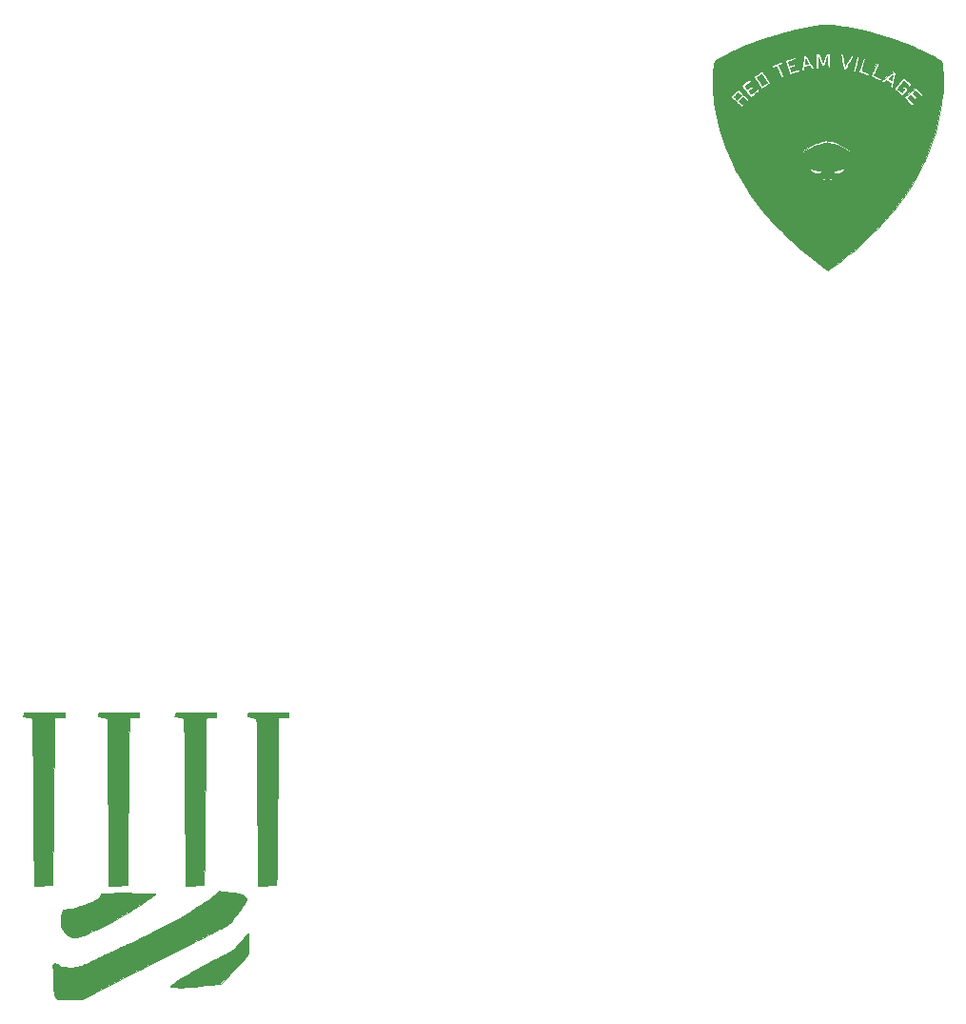
<source format=gbr>
%TF.GenerationSoftware,KiCad,Pcbnew,7.0.5*%
%TF.CreationDate,2023-07-19T22:03:03-05:00*%
%TF.ProjectId,GamePip-Mashup,47616d65-5069-4702-9d4d-61736875702e,rev?*%
%TF.SameCoordinates,Original*%
%TF.FileFunction,Copper,L1,Top*%
%TF.FilePolarity,Positive*%
%FSLAX46Y46*%
G04 Gerber Fmt 4.6, Leading zero omitted, Abs format (unit mm)*
G04 Created by KiCad (PCBNEW 7.0.5) date 2023-07-19 22:03:03*
%MOMM*%
%LPD*%
G01*
G04 APERTURE LIST*
%TA.AperFunction,EtchedComponent*%
%ADD10C,0.010000*%
%TD*%
G04 APERTURE END LIST*
%TO.C,G\u002A\u002A\u002A*%
D10*
X136194583Y-135193275D02*
X136269415Y-135203829D01*
X136377995Y-135217439D01*
X136511927Y-135233139D01*
X136662818Y-135249965D01*
X136822273Y-135266949D01*
X136934238Y-135278389D01*
X137206031Y-135307542D01*
X137439776Y-135336974D01*
X137639754Y-135367549D01*
X137810248Y-135400128D01*
X137955538Y-135435574D01*
X138079906Y-135474750D01*
X138187633Y-135518517D01*
X138231249Y-135539648D01*
X138333925Y-135608950D01*
X138401459Y-135695146D01*
X138434026Y-135799799D01*
X138431802Y-135924469D01*
X138394964Y-136070719D01*
X138323687Y-136240111D01*
X138312716Y-136262291D01*
X138286045Y-136306577D01*
X138236127Y-136380640D01*
X138165678Y-136480821D01*
X138077413Y-136603462D01*
X137974050Y-136744902D01*
X137858304Y-136901483D01*
X137732892Y-137069545D01*
X137600531Y-137245430D01*
X137463935Y-137425478D01*
X137325823Y-137606031D01*
X137188909Y-137783429D01*
X137074639Y-137930109D01*
X137021939Y-137988579D01*
X136952481Y-138049027D01*
X136862109Y-138114169D01*
X136746668Y-138186724D01*
X136602003Y-138269406D01*
X136423959Y-138364934D01*
X136353333Y-138401727D01*
X136207625Y-138477473D01*
X136054637Y-138557532D01*
X135905143Y-138636230D01*
X135769919Y-138707891D01*
X135659737Y-138766842D01*
X135644250Y-138775203D01*
X135596928Y-138800078D01*
X135513820Y-138842923D01*
X135396966Y-138902703D01*
X135248410Y-138978386D01*
X135070193Y-139068941D01*
X134864359Y-139173333D01*
X134632948Y-139290530D01*
X134378004Y-139419500D01*
X134101568Y-139559210D01*
X133805683Y-139708627D01*
X133492390Y-139866718D01*
X133163733Y-140032451D01*
X132821754Y-140204793D01*
X132468494Y-140382711D01*
X132105996Y-140565173D01*
X131813083Y-140712530D01*
X131253155Y-140994213D01*
X130729068Y-141258006D01*
X130238794Y-141504947D01*
X129780308Y-141736074D01*
X129351583Y-141952423D01*
X128950593Y-142155033D01*
X128575310Y-142344939D01*
X128223710Y-142523180D01*
X127893764Y-142690792D01*
X127583447Y-142848813D01*
X127290733Y-142998280D01*
X127013594Y-143140230D01*
X126750004Y-143275701D01*
X126497937Y-143405729D01*
X126255367Y-143531353D01*
X126020266Y-143653609D01*
X125790609Y-143773534D01*
X125564368Y-143892165D01*
X125339518Y-144010541D01*
X125114032Y-144129697D01*
X124885884Y-144250672D01*
X124653046Y-144374503D01*
X124519245Y-144445806D01*
X123829407Y-144813667D01*
X123566745Y-144809000D01*
X123483005Y-144807588D01*
X123363923Y-144805688D01*
X123216484Y-144803406D01*
X123047677Y-144800849D01*
X122864487Y-144798121D01*
X122673901Y-144795330D01*
X122520917Y-144793125D01*
X122314664Y-144789992D01*
X122146319Y-144786914D01*
X122011456Y-144783639D01*
X121905652Y-144779915D01*
X121824481Y-144775491D01*
X121763518Y-144770114D01*
X121718339Y-144763534D01*
X121684519Y-144755498D01*
X121657633Y-144745754D01*
X121653083Y-144743752D01*
X121557311Y-144688421D01*
X121481659Y-144615086D01*
X121423061Y-144518239D01*
X121378455Y-144392371D01*
X121344776Y-144231973D01*
X121335969Y-144173620D01*
X121306207Y-143889992D01*
X121290764Y-143566962D01*
X121289652Y-143204972D01*
X121301270Y-142838452D01*
X121308488Y-142678134D01*
X121313346Y-142553273D01*
X121315633Y-142457048D01*
X121315137Y-142382636D01*
X121311647Y-142323216D01*
X121304952Y-142271967D01*
X121294841Y-142222066D01*
X121281101Y-142166693D01*
X121280377Y-142163899D01*
X121257756Y-142056813D01*
X121240746Y-141939211D01*
X121232995Y-141836368D01*
X121232976Y-141835446D01*
X121232383Y-141753333D01*
X121236993Y-141701293D01*
X121250188Y-141667104D01*
X121275352Y-141638546D01*
X121291412Y-141624336D01*
X121345652Y-141587929D01*
X121398118Y-141581050D01*
X121418412Y-141584130D01*
X121513277Y-141614437D01*
X121627557Y-141669548D01*
X121751000Y-141744071D01*
X121835704Y-141803651D01*
X121970889Y-141904704D01*
X122380979Y-141943704D01*
X122620306Y-141962308D01*
X122831362Y-141968434D01*
X123026629Y-141961053D01*
X123218592Y-141939137D01*
X123419734Y-141901656D01*
X123642539Y-141847583D01*
X123685083Y-141836230D01*
X123720578Y-141822903D01*
X123791709Y-141792801D01*
X123895803Y-141747163D01*
X124030185Y-141687224D01*
X124192182Y-141614221D01*
X124379118Y-141529390D01*
X124588321Y-141433969D01*
X124817114Y-141329193D01*
X125062825Y-141216300D01*
X125322778Y-141096525D01*
X125594300Y-140971106D01*
X125874717Y-140841278D01*
X126161354Y-140708279D01*
X126451536Y-140573344D01*
X126742591Y-140437711D01*
X127031842Y-140302617D01*
X127316617Y-140169296D01*
X127594241Y-140038987D01*
X127862039Y-139912925D01*
X128117338Y-139792348D01*
X128357463Y-139678491D01*
X128553417Y-139585164D01*
X129162215Y-139291847D01*
X129754044Y-139001392D01*
X130326255Y-138715188D01*
X130876201Y-138434622D01*
X131401233Y-138161084D01*
X131898703Y-137895961D01*
X132365964Y-137640643D01*
X132800365Y-137396516D01*
X133199261Y-137164971D01*
X133411167Y-137038282D01*
X133763998Y-136820792D01*
X134107286Y-136601291D01*
X134437381Y-136382388D01*
X134750629Y-136166690D01*
X135043380Y-135956806D01*
X135311981Y-135755346D01*
X135552781Y-135564917D01*
X135762128Y-135388128D01*
X135908833Y-135254145D01*
X136004083Y-135163220D01*
X136194583Y-135193275D01*
%TA.AperFunction,EtchedComponent*%
G36*
X136194583Y-135193275D02*
G01*
X136269415Y-135203829D01*
X136377995Y-135217439D01*
X136511927Y-135233139D01*
X136662818Y-135249965D01*
X136822273Y-135266949D01*
X136934238Y-135278389D01*
X137206031Y-135307542D01*
X137439776Y-135336974D01*
X137639754Y-135367549D01*
X137810248Y-135400128D01*
X137955538Y-135435574D01*
X138079906Y-135474750D01*
X138187633Y-135518517D01*
X138231249Y-135539648D01*
X138333925Y-135608950D01*
X138401459Y-135695146D01*
X138434026Y-135799799D01*
X138431802Y-135924469D01*
X138394964Y-136070719D01*
X138323687Y-136240111D01*
X138312716Y-136262291D01*
X138286045Y-136306577D01*
X138236127Y-136380640D01*
X138165678Y-136480821D01*
X138077413Y-136603462D01*
X137974050Y-136744902D01*
X137858304Y-136901483D01*
X137732892Y-137069545D01*
X137600531Y-137245430D01*
X137463935Y-137425478D01*
X137325823Y-137606031D01*
X137188909Y-137783429D01*
X137074639Y-137930109D01*
X137021939Y-137988579D01*
X136952481Y-138049027D01*
X136862109Y-138114169D01*
X136746668Y-138186724D01*
X136602003Y-138269406D01*
X136423959Y-138364934D01*
X136353333Y-138401727D01*
X136207625Y-138477473D01*
X136054637Y-138557532D01*
X135905143Y-138636230D01*
X135769919Y-138707891D01*
X135659737Y-138766842D01*
X135644250Y-138775203D01*
X135596928Y-138800078D01*
X135513820Y-138842923D01*
X135396966Y-138902703D01*
X135248410Y-138978386D01*
X135070193Y-139068941D01*
X134864359Y-139173333D01*
X134632948Y-139290530D01*
X134378004Y-139419500D01*
X134101568Y-139559210D01*
X133805683Y-139708627D01*
X133492390Y-139866718D01*
X133163733Y-140032451D01*
X132821754Y-140204793D01*
X132468494Y-140382711D01*
X132105996Y-140565173D01*
X131813083Y-140712530D01*
X131253155Y-140994213D01*
X130729068Y-141258006D01*
X130238794Y-141504947D01*
X129780308Y-141736074D01*
X129351583Y-141952423D01*
X128950593Y-142155033D01*
X128575310Y-142344939D01*
X128223710Y-142523180D01*
X127893764Y-142690792D01*
X127583447Y-142848813D01*
X127290733Y-142998280D01*
X127013594Y-143140230D01*
X126750004Y-143275701D01*
X126497937Y-143405729D01*
X126255367Y-143531353D01*
X126020266Y-143653609D01*
X125790609Y-143773534D01*
X125564368Y-143892165D01*
X125339518Y-144010541D01*
X125114032Y-144129697D01*
X124885884Y-144250672D01*
X124653046Y-144374503D01*
X124519245Y-144445806D01*
X123829407Y-144813667D01*
X123566745Y-144809000D01*
X123483005Y-144807588D01*
X123363923Y-144805688D01*
X123216484Y-144803406D01*
X123047677Y-144800849D01*
X122864487Y-144798121D01*
X122673901Y-144795330D01*
X122520917Y-144793125D01*
X122314664Y-144789992D01*
X122146319Y-144786914D01*
X122011456Y-144783639D01*
X121905652Y-144779915D01*
X121824481Y-144775491D01*
X121763518Y-144770114D01*
X121718339Y-144763534D01*
X121684519Y-144755498D01*
X121657633Y-144745754D01*
X121653083Y-144743752D01*
X121557311Y-144688421D01*
X121481659Y-144615086D01*
X121423061Y-144518239D01*
X121378455Y-144392371D01*
X121344776Y-144231973D01*
X121335969Y-144173620D01*
X121306207Y-143889992D01*
X121290764Y-143566962D01*
X121289652Y-143204972D01*
X121301270Y-142838452D01*
X121308488Y-142678134D01*
X121313346Y-142553273D01*
X121315633Y-142457048D01*
X121315137Y-142382636D01*
X121311647Y-142323216D01*
X121304952Y-142271967D01*
X121294841Y-142222066D01*
X121281101Y-142166693D01*
X121280377Y-142163899D01*
X121257756Y-142056813D01*
X121240746Y-141939211D01*
X121232995Y-141836368D01*
X121232976Y-141835446D01*
X121232383Y-141753333D01*
X121236993Y-141701293D01*
X121250188Y-141667104D01*
X121275352Y-141638546D01*
X121291412Y-141624336D01*
X121345652Y-141587929D01*
X121398118Y-141581050D01*
X121418412Y-141584130D01*
X121513277Y-141614437D01*
X121627557Y-141669548D01*
X121751000Y-141744071D01*
X121835704Y-141803651D01*
X121970889Y-141904704D01*
X122380979Y-141943704D01*
X122620306Y-141962308D01*
X122831362Y-141968434D01*
X123026629Y-141961053D01*
X123218592Y-141939137D01*
X123419734Y-141901656D01*
X123642539Y-141847583D01*
X123685083Y-141836230D01*
X123720578Y-141822903D01*
X123791709Y-141792801D01*
X123895803Y-141747163D01*
X124030185Y-141687224D01*
X124192182Y-141614221D01*
X124379118Y-141529390D01*
X124588321Y-141433969D01*
X124817114Y-141329193D01*
X125062825Y-141216300D01*
X125322778Y-141096525D01*
X125594300Y-140971106D01*
X125874717Y-140841278D01*
X126161354Y-140708279D01*
X126451536Y-140573344D01*
X126742591Y-140437711D01*
X127031842Y-140302617D01*
X127316617Y-140169296D01*
X127594241Y-140038987D01*
X127862039Y-139912925D01*
X128117338Y-139792348D01*
X128357463Y-139678491D01*
X128553417Y-139585164D01*
X129162215Y-139291847D01*
X129754044Y-139001392D01*
X130326255Y-138715188D01*
X130876201Y-138434622D01*
X131401233Y-138161084D01*
X131898703Y-137895961D01*
X132365964Y-137640643D01*
X132800365Y-137396516D01*
X133199261Y-137164971D01*
X133411167Y-137038282D01*
X133763998Y-136820792D01*
X134107286Y-136601291D01*
X134437381Y-136382388D01*
X134750629Y-136166690D01*
X135043380Y-135956806D01*
X135311981Y-135755346D01*
X135552781Y-135564917D01*
X135762128Y-135388128D01*
X135908833Y-135254145D01*
X136004083Y-135163220D01*
X136194583Y-135193275D01*
G37*
%TD.AperFunction*%
X138615175Y-138960460D02*
X138618463Y-139020711D01*
X138622216Y-139113792D01*
X138626275Y-139234956D01*
X138630481Y-139379456D01*
X138634677Y-139542542D01*
X138638702Y-139719468D01*
X138638861Y-139726928D01*
X138643297Y-139947207D01*
X138646088Y-140129933D01*
X138646771Y-140279868D01*
X138644884Y-140401775D01*
X138639964Y-140500419D01*
X138631550Y-140580561D01*
X138619178Y-140646965D01*
X138602387Y-140704393D01*
X138580715Y-140757610D01*
X138553698Y-140811378D01*
X138529331Y-140855500D01*
X138506376Y-140895407D01*
X138482596Y-140934205D01*
X138455902Y-140974270D01*
X138424206Y-141017976D01*
X138385419Y-141067702D01*
X138337454Y-141125822D01*
X138278220Y-141194712D01*
X138205631Y-141276750D01*
X138117597Y-141374310D01*
X138012030Y-141489770D01*
X137886841Y-141625504D01*
X137739942Y-141783889D01*
X137569245Y-141967302D01*
X137372660Y-142178118D01*
X137271546Y-142286467D01*
X136222402Y-143410518D01*
X135912159Y-143435685D01*
X135818362Y-143444021D01*
X135689646Y-143456529D01*
X135533136Y-143472461D01*
X135355961Y-143491071D01*
X135165246Y-143511611D01*
X134968120Y-143533332D01*
X134787000Y-143553741D01*
X134527514Y-143583228D01*
X134305035Y-143608267D01*
X134114524Y-143629360D01*
X133950944Y-143647008D01*
X133809259Y-143661713D01*
X133684430Y-143673976D01*
X133571422Y-143684299D01*
X133465196Y-143693184D01*
X133360716Y-143701132D01*
X133252944Y-143708644D01*
X133188917Y-143712872D01*
X133012186Y-143721904D01*
X132817795Y-143727644D01*
X132616725Y-143730091D01*
X132419957Y-143729240D01*
X132238474Y-143725089D01*
X132083257Y-143717634D01*
X132024750Y-143713187D01*
X131878781Y-143698987D01*
X131772669Y-143685408D01*
X131703949Y-143671991D01*
X131670159Y-143658274D01*
X131666937Y-143646231D01*
X131687912Y-143626464D01*
X131736630Y-143586642D01*
X131806731Y-143531788D01*
X131891852Y-143466926D01*
X131932822Y-143436215D01*
X132155980Y-143274793D01*
X132401340Y-143107041D01*
X132670653Y-142931943D01*
X132965669Y-142748481D01*
X133288140Y-142555638D01*
X133639816Y-142352397D01*
X134022449Y-142137740D01*
X134437788Y-141910649D01*
X134887586Y-141670108D01*
X135373593Y-141415099D01*
X135718333Y-141236679D01*
X135952237Y-141116045D01*
X136152412Y-141012321D01*
X136322891Y-140923288D01*
X136467708Y-140846725D01*
X136590899Y-140780414D01*
X136696497Y-140722133D01*
X136788537Y-140669663D01*
X136871052Y-140620785D01*
X136948078Y-140573276D01*
X137023648Y-140524919D01*
X137085129Y-140484553D01*
X137183547Y-140417370D01*
X137275493Y-140349649D01*
X137364972Y-140277505D01*
X137455988Y-140197052D01*
X137552546Y-140104408D01*
X137658650Y-139995685D01*
X137778305Y-139867000D01*
X137915515Y-139714467D01*
X138074285Y-139534202D01*
X138127102Y-139473693D01*
X138239231Y-139345623D01*
X138342507Y-139228801D01*
X138433682Y-139126816D01*
X138509508Y-139043252D01*
X138566738Y-138981696D01*
X138602123Y-138945732D01*
X138612510Y-138937788D01*
X138615175Y-138960460D01*
%TA.AperFunction,EtchedComponent*%
G36*
X138615175Y-138960460D02*
G01*
X138618463Y-139020711D01*
X138622216Y-139113792D01*
X138626275Y-139234956D01*
X138630481Y-139379456D01*
X138634677Y-139542542D01*
X138638702Y-139719468D01*
X138638861Y-139726928D01*
X138643297Y-139947207D01*
X138646088Y-140129933D01*
X138646771Y-140279868D01*
X138644884Y-140401775D01*
X138639964Y-140500419D01*
X138631550Y-140580561D01*
X138619178Y-140646965D01*
X138602387Y-140704393D01*
X138580715Y-140757610D01*
X138553698Y-140811378D01*
X138529331Y-140855500D01*
X138506376Y-140895407D01*
X138482596Y-140934205D01*
X138455902Y-140974270D01*
X138424206Y-141017976D01*
X138385419Y-141067702D01*
X138337454Y-141125822D01*
X138278220Y-141194712D01*
X138205631Y-141276750D01*
X138117597Y-141374310D01*
X138012030Y-141489770D01*
X137886841Y-141625504D01*
X137739942Y-141783889D01*
X137569245Y-141967302D01*
X137372660Y-142178118D01*
X137271546Y-142286467D01*
X136222402Y-143410518D01*
X135912159Y-143435685D01*
X135818362Y-143444021D01*
X135689646Y-143456529D01*
X135533136Y-143472461D01*
X135355961Y-143491071D01*
X135165246Y-143511611D01*
X134968120Y-143533332D01*
X134787000Y-143553741D01*
X134527514Y-143583228D01*
X134305035Y-143608267D01*
X134114524Y-143629360D01*
X133950944Y-143647008D01*
X133809259Y-143661713D01*
X133684430Y-143673976D01*
X133571422Y-143684299D01*
X133465196Y-143693184D01*
X133360716Y-143701132D01*
X133252944Y-143708644D01*
X133188917Y-143712872D01*
X133012186Y-143721904D01*
X132817795Y-143727644D01*
X132616725Y-143730091D01*
X132419957Y-143729240D01*
X132238474Y-143725089D01*
X132083257Y-143717634D01*
X132024750Y-143713187D01*
X131878781Y-143698987D01*
X131772669Y-143685408D01*
X131703949Y-143671991D01*
X131670159Y-143658274D01*
X131666937Y-143646231D01*
X131687912Y-143626464D01*
X131736630Y-143586642D01*
X131806731Y-143531788D01*
X131891852Y-143466926D01*
X131932822Y-143436215D01*
X132155980Y-143274793D01*
X132401340Y-143107041D01*
X132670653Y-142931943D01*
X132965669Y-142748481D01*
X133288140Y-142555638D01*
X133639816Y-142352397D01*
X134022449Y-142137740D01*
X134437788Y-141910649D01*
X134887586Y-141670108D01*
X135373593Y-141415099D01*
X135718333Y-141236679D01*
X135952237Y-141116045D01*
X136152412Y-141012321D01*
X136322891Y-140923288D01*
X136467708Y-140846725D01*
X136590899Y-140780414D01*
X136696497Y-140722133D01*
X136788537Y-140669663D01*
X136871052Y-140620785D01*
X136948078Y-140573276D01*
X137023648Y-140524919D01*
X137085129Y-140484553D01*
X137183547Y-140417370D01*
X137275493Y-140349649D01*
X137364972Y-140277505D01*
X137455988Y-140197052D01*
X137552546Y-140104408D01*
X137658650Y-139995685D01*
X137778305Y-139867000D01*
X137915515Y-139714467D01*
X138074285Y-139534202D01*
X138127102Y-139473693D01*
X138239231Y-139345623D01*
X138342507Y-139228801D01*
X138433682Y-139126816D01*
X138509508Y-139043252D01*
X138566738Y-138981696D01*
X138602123Y-138945732D01*
X138612510Y-138937788D01*
X138615175Y-138960460D01*
G37*
%TD.AperFunction*%
X128019583Y-135340061D02*
X128497602Y-135351017D01*
X128706524Y-135357244D01*
X128923209Y-135363133D01*
X129139093Y-135368488D01*
X129345611Y-135373117D01*
X129534201Y-135376826D01*
X129696298Y-135379421D01*
X129806487Y-135380605D01*
X129973108Y-135382201D01*
X130101395Y-135385020D01*
X130195348Y-135390062D01*
X130258967Y-135398330D01*
X130296249Y-135410825D01*
X130311196Y-135428549D01*
X130307806Y-135452502D01*
X130290078Y-135483688D01*
X130279421Y-135499039D01*
X130250777Y-135525965D01*
X130189865Y-135573304D01*
X130100143Y-135638757D01*
X129985067Y-135720022D01*
X129848094Y-135814800D01*
X129692681Y-135920791D01*
X129522284Y-136035694D01*
X129340360Y-136157208D01*
X129150366Y-136283034D01*
X128955758Y-136410872D01*
X128759994Y-136538420D01*
X128566529Y-136663378D01*
X128378821Y-136783447D01*
X128200325Y-136896326D01*
X128034500Y-136999714D01*
X127905955Y-137078498D01*
X127500764Y-137317884D01*
X127062013Y-137564920D01*
X126596889Y-137815765D01*
X126112575Y-138066580D01*
X125616256Y-138313524D01*
X125396900Y-138419497D01*
X125077145Y-138572043D01*
X124793273Y-138706345D01*
X124543385Y-138823248D01*
X124325580Y-138923598D01*
X124137958Y-139008240D01*
X123978617Y-139078021D01*
X123845658Y-139133787D01*
X123737179Y-139176382D01*
X123651281Y-139206653D01*
X123586063Y-139225447D01*
X123585732Y-139225526D01*
X123431909Y-139255819D01*
X123278745Y-139274184D01*
X123138238Y-139279764D01*
X123022385Y-139271705D01*
X122998361Y-139267392D01*
X122823392Y-139210687D01*
X122650041Y-139117306D01*
X122483650Y-138992743D01*
X122329562Y-138842492D01*
X122193120Y-138672046D01*
X122079668Y-138486899D01*
X121994547Y-138292545D01*
X121968163Y-138208155D01*
X121943361Y-138081091D01*
X121931234Y-137934184D01*
X121930748Y-137774181D01*
X121940867Y-137607827D01*
X121960555Y-137441869D01*
X121988779Y-137283053D01*
X122024503Y-137138125D01*
X122066692Y-137013829D01*
X122114310Y-136916914D01*
X122166324Y-136854124D01*
X122177122Y-136846281D01*
X122221245Y-136829407D01*
X122292779Y-136813788D01*
X122376846Y-136802618D01*
X122383333Y-136802041D01*
X122544468Y-136782713D01*
X122739544Y-136749827D01*
X122962789Y-136704487D01*
X123208430Y-136647799D01*
X123275646Y-136631240D01*
X123678641Y-136522203D01*
X124055872Y-136402931D01*
X124403985Y-136274747D01*
X124719622Y-136138975D01*
X124999429Y-135996937D01*
X125215071Y-135866677D01*
X125311277Y-135800613D01*
X125377278Y-135747079D01*
X125419736Y-135697799D01*
X125445311Y-135644495D01*
X125460665Y-135578890D01*
X125464018Y-135557336D01*
X125475272Y-135499801D01*
X125493787Y-135456485D01*
X125525282Y-135425013D01*
X125575474Y-135403008D01*
X125650081Y-135388095D01*
X125754822Y-135377898D01*
X125895413Y-135370042D01*
X125917190Y-135369043D01*
X126422884Y-135350633D01*
X126952994Y-135339588D01*
X127490801Y-135336025D01*
X128019583Y-135340061D01*
%TA.AperFunction,EtchedComponent*%
G36*
X128019583Y-135340061D02*
G01*
X128497602Y-135351017D01*
X128706524Y-135357244D01*
X128923209Y-135363133D01*
X129139093Y-135368488D01*
X129345611Y-135373117D01*
X129534201Y-135376826D01*
X129696298Y-135379421D01*
X129806487Y-135380605D01*
X129973108Y-135382201D01*
X130101395Y-135385020D01*
X130195348Y-135390062D01*
X130258967Y-135398330D01*
X130296249Y-135410825D01*
X130311196Y-135428549D01*
X130307806Y-135452502D01*
X130290078Y-135483688D01*
X130279421Y-135499039D01*
X130250777Y-135525965D01*
X130189865Y-135573304D01*
X130100143Y-135638757D01*
X129985067Y-135720022D01*
X129848094Y-135814800D01*
X129692681Y-135920791D01*
X129522284Y-136035694D01*
X129340360Y-136157208D01*
X129150366Y-136283034D01*
X128955758Y-136410872D01*
X128759994Y-136538420D01*
X128566529Y-136663378D01*
X128378821Y-136783447D01*
X128200325Y-136896326D01*
X128034500Y-136999714D01*
X127905955Y-137078498D01*
X127500764Y-137317884D01*
X127062013Y-137564920D01*
X126596889Y-137815765D01*
X126112575Y-138066580D01*
X125616256Y-138313524D01*
X125396900Y-138419497D01*
X125077145Y-138572043D01*
X124793273Y-138706345D01*
X124543385Y-138823248D01*
X124325580Y-138923598D01*
X124137958Y-139008240D01*
X123978617Y-139078021D01*
X123845658Y-139133787D01*
X123737179Y-139176382D01*
X123651281Y-139206653D01*
X123586063Y-139225447D01*
X123585732Y-139225526D01*
X123431909Y-139255819D01*
X123278745Y-139274184D01*
X123138238Y-139279764D01*
X123022385Y-139271705D01*
X122998361Y-139267392D01*
X122823392Y-139210687D01*
X122650041Y-139117306D01*
X122483650Y-138992743D01*
X122329562Y-138842492D01*
X122193120Y-138672046D01*
X122079668Y-138486899D01*
X121994547Y-138292545D01*
X121968163Y-138208155D01*
X121943361Y-138081091D01*
X121931234Y-137934184D01*
X121930748Y-137774181D01*
X121940867Y-137607827D01*
X121960555Y-137441869D01*
X121988779Y-137283053D01*
X122024503Y-137138125D01*
X122066692Y-137013829D01*
X122114310Y-136916914D01*
X122166324Y-136854124D01*
X122177122Y-136846281D01*
X122221245Y-136829407D01*
X122292779Y-136813788D01*
X122376846Y-136802618D01*
X122383333Y-136802041D01*
X122544468Y-136782713D01*
X122739544Y-136749827D01*
X122962789Y-136704487D01*
X123208430Y-136647799D01*
X123275646Y-136631240D01*
X123678641Y-136522203D01*
X124055872Y-136402931D01*
X124403985Y-136274747D01*
X124719622Y-136138975D01*
X124999429Y-135996937D01*
X125215071Y-135866677D01*
X125311277Y-135800613D01*
X125377278Y-135747079D01*
X125419736Y-135697799D01*
X125445311Y-135644495D01*
X125460665Y-135578890D01*
X125464018Y-135557336D01*
X125475272Y-135499801D01*
X125493787Y-135456485D01*
X125525282Y-135425013D01*
X125575474Y-135403008D01*
X125650081Y-135388095D01*
X125754822Y-135377898D01*
X125895413Y-135370042D01*
X125917190Y-135369043D01*
X126422884Y-135350633D01*
X126952994Y-135339588D01*
X127490801Y-135336025D01*
X128019583Y-135340061D01*
G37*
%TD.AperFunction*%
X120245508Y-119305766D02*
X120505520Y-119306386D01*
X120758486Y-119307331D01*
X121000393Y-119308566D01*
X121227226Y-119310053D01*
X121434970Y-119311758D01*
X121619610Y-119313644D01*
X121777134Y-119315676D01*
X121903525Y-119317818D01*
X121994770Y-119320033D01*
X122039375Y-119321812D01*
X122277500Y-119335213D01*
X122277500Y-119731167D01*
X121392451Y-119731167D01*
X121380762Y-119926958D01*
X121379624Y-119963230D01*
X121378060Y-120040212D01*
X121376090Y-120156282D01*
X121373733Y-120309819D01*
X121371009Y-120499202D01*
X121367938Y-120722809D01*
X121364539Y-120979020D01*
X121360833Y-121266213D01*
X121356839Y-121582766D01*
X121352576Y-121927058D01*
X121348065Y-122297469D01*
X121343325Y-122692376D01*
X121338377Y-123110159D01*
X121333239Y-123549196D01*
X121327931Y-124007866D01*
X121322474Y-124484547D01*
X121316886Y-124977619D01*
X121311189Y-125485460D01*
X121305401Y-126006448D01*
X121299542Y-126538963D01*
X121293631Y-127081383D01*
X121293575Y-127086583D01*
X121287654Y-127630292D01*
X121281781Y-128164685D01*
X121275977Y-128688108D01*
X121270261Y-129198908D01*
X121264654Y-129695434D01*
X121259175Y-130176031D01*
X121253845Y-130639047D01*
X121248683Y-131082830D01*
X121243709Y-131505727D01*
X121238943Y-131906084D01*
X121234405Y-132282250D01*
X121230116Y-132632570D01*
X121226094Y-132955393D01*
X121222360Y-133249066D01*
X121218934Y-133511936D01*
X121215836Y-133742349D01*
X121213085Y-133938654D01*
X121210702Y-134099198D01*
X121208707Y-134222327D01*
X121207119Y-134306389D01*
X121205982Y-134349151D01*
X121193888Y-134647886D01*
X120693236Y-134661703D01*
X120528178Y-134666468D01*
X120355522Y-134671819D01*
X120187013Y-134677368D01*
X120034394Y-134682723D01*
X119909412Y-134687495D01*
X119883844Y-134688552D01*
X119575105Y-134701585D01*
X119561869Y-133730417D01*
X119560598Y-133629189D01*
X119558986Y-133487595D01*
X119557054Y-133307602D01*
X119554817Y-133091176D01*
X119552296Y-132840285D01*
X119549508Y-132556895D01*
X119546472Y-132242972D01*
X119543206Y-131900483D01*
X119539727Y-131531394D01*
X119536055Y-131137671D01*
X119532207Y-130721282D01*
X119528202Y-130284193D01*
X119524059Y-129828370D01*
X119519794Y-129355779D01*
X119515428Y-128868388D01*
X119510977Y-128368163D01*
X119506460Y-127857070D01*
X119501895Y-127337075D01*
X119497302Y-126810146D01*
X119493005Y-126314000D01*
X119488492Y-125793933D01*
X119484022Y-125284639D01*
X119479613Y-124787757D01*
X119475280Y-124304924D01*
X119471040Y-123837781D01*
X119466908Y-123387964D01*
X119462901Y-122957113D01*
X119459035Y-122546867D01*
X119455325Y-122158863D01*
X119451789Y-121794741D01*
X119448441Y-121456139D01*
X119445299Y-121144695D01*
X119442378Y-120862048D01*
X119439694Y-120609838D01*
X119437263Y-120389701D01*
X119435102Y-120203277D01*
X119433227Y-120052205D01*
X119431653Y-119938123D01*
X119430396Y-119862669D01*
X119429474Y-119827482D01*
X119429291Y-119825132D01*
X119422972Y-119809516D01*
X119406743Y-119795911D01*
X119375175Y-119782827D01*
X119322839Y-119768775D01*
X119244307Y-119752267D01*
X119134148Y-119731814D01*
X119007852Y-119709564D01*
X118881635Y-119687046D01*
X118770985Y-119666253D01*
X118682179Y-119648455D01*
X118621497Y-119634917D01*
X118595215Y-119626906D01*
X118594619Y-119626183D01*
X118600436Y-119601855D01*
X118615725Y-119547818D01*
X118637432Y-119474800D01*
X118642253Y-119458936D01*
X118689766Y-119303121D01*
X120245508Y-119305766D01*
%TA.AperFunction,EtchedComponent*%
G36*
X120245508Y-119305766D02*
G01*
X120505520Y-119306386D01*
X120758486Y-119307331D01*
X121000393Y-119308566D01*
X121227226Y-119310053D01*
X121434970Y-119311758D01*
X121619610Y-119313644D01*
X121777134Y-119315676D01*
X121903525Y-119317818D01*
X121994770Y-119320033D01*
X122039375Y-119321812D01*
X122277500Y-119335213D01*
X122277500Y-119731167D01*
X121392451Y-119731167D01*
X121380762Y-119926958D01*
X121379624Y-119963230D01*
X121378060Y-120040212D01*
X121376090Y-120156282D01*
X121373733Y-120309819D01*
X121371009Y-120499202D01*
X121367938Y-120722809D01*
X121364539Y-120979020D01*
X121360833Y-121266213D01*
X121356839Y-121582766D01*
X121352576Y-121927058D01*
X121348065Y-122297469D01*
X121343325Y-122692376D01*
X121338377Y-123110159D01*
X121333239Y-123549196D01*
X121327931Y-124007866D01*
X121322474Y-124484547D01*
X121316886Y-124977619D01*
X121311189Y-125485460D01*
X121305401Y-126006448D01*
X121299542Y-126538963D01*
X121293631Y-127081383D01*
X121293575Y-127086583D01*
X121287654Y-127630292D01*
X121281781Y-128164685D01*
X121275977Y-128688108D01*
X121270261Y-129198908D01*
X121264654Y-129695434D01*
X121259175Y-130176031D01*
X121253845Y-130639047D01*
X121248683Y-131082830D01*
X121243709Y-131505727D01*
X121238943Y-131906084D01*
X121234405Y-132282250D01*
X121230116Y-132632570D01*
X121226094Y-132955393D01*
X121222360Y-133249066D01*
X121218934Y-133511936D01*
X121215836Y-133742349D01*
X121213085Y-133938654D01*
X121210702Y-134099198D01*
X121208707Y-134222327D01*
X121207119Y-134306389D01*
X121205982Y-134349151D01*
X121193888Y-134647886D01*
X120693236Y-134661703D01*
X120528178Y-134666468D01*
X120355522Y-134671819D01*
X120187013Y-134677368D01*
X120034394Y-134682723D01*
X119909412Y-134687495D01*
X119883844Y-134688552D01*
X119575105Y-134701585D01*
X119561869Y-133730417D01*
X119560598Y-133629189D01*
X119558986Y-133487595D01*
X119557054Y-133307602D01*
X119554817Y-133091176D01*
X119552296Y-132840285D01*
X119549508Y-132556895D01*
X119546472Y-132242972D01*
X119543206Y-131900483D01*
X119539727Y-131531394D01*
X119536055Y-131137671D01*
X119532207Y-130721282D01*
X119528202Y-130284193D01*
X119524059Y-129828370D01*
X119519794Y-129355779D01*
X119515428Y-128868388D01*
X119510977Y-128368163D01*
X119506460Y-127857070D01*
X119501895Y-127337075D01*
X119497302Y-126810146D01*
X119493005Y-126314000D01*
X119488492Y-125793933D01*
X119484022Y-125284639D01*
X119479613Y-124787757D01*
X119475280Y-124304924D01*
X119471040Y-123837781D01*
X119466908Y-123387964D01*
X119462901Y-122957113D01*
X119459035Y-122546867D01*
X119455325Y-122158863D01*
X119451789Y-121794741D01*
X119448441Y-121456139D01*
X119445299Y-121144695D01*
X119442378Y-120862048D01*
X119439694Y-120609838D01*
X119437263Y-120389701D01*
X119435102Y-120203277D01*
X119433227Y-120052205D01*
X119431653Y-119938123D01*
X119430396Y-119862669D01*
X119429474Y-119827482D01*
X119429291Y-119825132D01*
X119422972Y-119809516D01*
X119406743Y-119795911D01*
X119375175Y-119782827D01*
X119322839Y-119768775D01*
X119244307Y-119752267D01*
X119134148Y-119731814D01*
X119007852Y-119709564D01*
X118881635Y-119687046D01*
X118770985Y-119666253D01*
X118682179Y-119648455D01*
X118621497Y-119634917D01*
X118595215Y-119626906D01*
X118594619Y-119626183D01*
X118600436Y-119601855D01*
X118615725Y-119547818D01*
X118637432Y-119474800D01*
X118642253Y-119458936D01*
X118689766Y-119303121D01*
X120245508Y-119305766D01*
G37*
%TD.AperFunction*%
X126833593Y-119301994D02*
X127090255Y-119302992D01*
X127341699Y-119304313D01*
X127583569Y-119305911D01*
X127811504Y-119307743D01*
X128021149Y-119309765D01*
X128208143Y-119311932D01*
X128368130Y-119314202D01*
X128496751Y-119316529D01*
X128589647Y-119318870D01*
X128622208Y-119320070D01*
X128923833Y-119333401D01*
X128923833Y-119731167D01*
X128039592Y-119731167D01*
X128026629Y-120244458D01*
X128025351Y-120306854D01*
X128023629Y-120409811D01*
X128021485Y-120551560D01*
X128018940Y-120730331D01*
X128016016Y-120944354D01*
X128012735Y-121191861D01*
X128009119Y-121471080D01*
X128005188Y-121780244D01*
X128000966Y-122117582D01*
X127996473Y-122481324D01*
X127991731Y-122869702D01*
X127986762Y-123280945D01*
X127981587Y-123713284D01*
X127976229Y-124164950D01*
X127970709Y-124634173D01*
X127965048Y-125119183D01*
X127959268Y-125618210D01*
X127953391Y-126129486D01*
X127947439Y-126651241D01*
X127941433Y-127181705D01*
X127939048Y-127393500D01*
X127933074Y-127924409D01*
X127927195Y-128446092D01*
X127921432Y-128956847D01*
X127915803Y-129454975D01*
X127910329Y-129938774D01*
X127905027Y-130406545D01*
X127899919Y-130856586D01*
X127895022Y-131287197D01*
X127890358Y-131696678D01*
X127885945Y-132083328D01*
X127881802Y-132445447D01*
X127877949Y-132781334D01*
X127874406Y-133089288D01*
X127871192Y-133367610D01*
X127868327Y-133614598D01*
X127865829Y-133828553D01*
X127863718Y-134007773D01*
X127862014Y-134150558D01*
X127860736Y-134255207D01*
X127859904Y-134320021D01*
X127859674Y-134336167D01*
X127854917Y-134643083D01*
X127495083Y-134656160D01*
X127355818Y-134661100D01*
X127188642Y-134666838D01*
X127007956Y-134672892D01*
X126828165Y-134678778D01*
X126674875Y-134683663D01*
X126214500Y-134698090D01*
X126214302Y-134342503D01*
X126214085Y-134292933D01*
X126213476Y-134202749D01*
X126212491Y-134073666D01*
X126211146Y-133907402D01*
X126209455Y-133705674D01*
X126207435Y-133470198D01*
X126205101Y-133202691D01*
X126202469Y-132904869D01*
X126199554Y-132578450D01*
X126196371Y-132225149D01*
X126192937Y-131846685D01*
X126189267Y-131444772D01*
X126185376Y-131021129D01*
X126181279Y-130577472D01*
X126176994Y-130115517D01*
X126172534Y-129636982D01*
X126167916Y-129143582D01*
X126163155Y-128637035D01*
X126158266Y-128119058D01*
X126153266Y-127591366D01*
X126150983Y-127351167D01*
X126145928Y-126818323D01*
X126140979Y-126293769D01*
X126136150Y-125779260D01*
X126131458Y-125276549D01*
X126126918Y-124787389D01*
X126122547Y-124313535D01*
X126118358Y-123856739D01*
X126114369Y-123418756D01*
X126110595Y-123001338D01*
X126107051Y-122606240D01*
X126103753Y-122235215D01*
X126100716Y-121890017D01*
X126097957Y-121572399D01*
X126095491Y-121284116D01*
X126093334Y-121026919D01*
X126091501Y-120802564D01*
X126090007Y-120612804D01*
X126088869Y-120459392D01*
X126088102Y-120344083D01*
X126087722Y-120268628D01*
X126087681Y-120249552D01*
X126087500Y-119783687D01*
X125669458Y-119711952D01*
X125541895Y-119689833D01*
X125429288Y-119669870D01*
X125338030Y-119653232D01*
X125274515Y-119641090D01*
X125245134Y-119634611D01*
X125243940Y-119634117D01*
X125246698Y-119612718D01*
X125260580Y-119561089D01*
X125282872Y-119489007D01*
X125291533Y-119462634D01*
X125346603Y-119297250D01*
X126833593Y-119301994D01*
%TA.AperFunction,EtchedComponent*%
G36*
X126833593Y-119301994D02*
G01*
X127090255Y-119302992D01*
X127341699Y-119304313D01*
X127583569Y-119305911D01*
X127811504Y-119307743D01*
X128021149Y-119309765D01*
X128208143Y-119311932D01*
X128368130Y-119314202D01*
X128496751Y-119316529D01*
X128589647Y-119318870D01*
X128622208Y-119320070D01*
X128923833Y-119333401D01*
X128923833Y-119731167D01*
X128039592Y-119731167D01*
X128026629Y-120244458D01*
X128025351Y-120306854D01*
X128023629Y-120409811D01*
X128021485Y-120551560D01*
X128018940Y-120730331D01*
X128016016Y-120944354D01*
X128012735Y-121191861D01*
X128009119Y-121471080D01*
X128005188Y-121780244D01*
X128000966Y-122117582D01*
X127996473Y-122481324D01*
X127991731Y-122869702D01*
X127986762Y-123280945D01*
X127981587Y-123713284D01*
X127976229Y-124164950D01*
X127970709Y-124634173D01*
X127965048Y-125119183D01*
X127959268Y-125618210D01*
X127953391Y-126129486D01*
X127947439Y-126651241D01*
X127941433Y-127181705D01*
X127939048Y-127393500D01*
X127933074Y-127924409D01*
X127927195Y-128446092D01*
X127921432Y-128956847D01*
X127915803Y-129454975D01*
X127910329Y-129938774D01*
X127905027Y-130406545D01*
X127899919Y-130856586D01*
X127895022Y-131287197D01*
X127890358Y-131696678D01*
X127885945Y-132083328D01*
X127881802Y-132445447D01*
X127877949Y-132781334D01*
X127874406Y-133089288D01*
X127871192Y-133367610D01*
X127868327Y-133614598D01*
X127865829Y-133828553D01*
X127863718Y-134007773D01*
X127862014Y-134150558D01*
X127860736Y-134255207D01*
X127859904Y-134320021D01*
X127859674Y-134336167D01*
X127854917Y-134643083D01*
X127495083Y-134656160D01*
X127355818Y-134661100D01*
X127188642Y-134666838D01*
X127007956Y-134672892D01*
X126828165Y-134678778D01*
X126674875Y-134683663D01*
X126214500Y-134698090D01*
X126214302Y-134342503D01*
X126214085Y-134292933D01*
X126213476Y-134202749D01*
X126212491Y-134073666D01*
X126211146Y-133907402D01*
X126209455Y-133705674D01*
X126207435Y-133470198D01*
X126205101Y-133202691D01*
X126202469Y-132904869D01*
X126199554Y-132578450D01*
X126196371Y-132225149D01*
X126192937Y-131846685D01*
X126189267Y-131444772D01*
X126185376Y-131021129D01*
X126181279Y-130577472D01*
X126176994Y-130115517D01*
X126172534Y-129636982D01*
X126167916Y-129143582D01*
X126163155Y-128637035D01*
X126158266Y-128119058D01*
X126153266Y-127591366D01*
X126150983Y-127351167D01*
X126145928Y-126818323D01*
X126140979Y-126293769D01*
X126136150Y-125779260D01*
X126131458Y-125276549D01*
X126126918Y-124787389D01*
X126122547Y-124313535D01*
X126118358Y-123856739D01*
X126114369Y-123418756D01*
X126110595Y-123001338D01*
X126107051Y-122606240D01*
X126103753Y-122235215D01*
X126100716Y-121890017D01*
X126097957Y-121572399D01*
X126095491Y-121284116D01*
X126093334Y-121026919D01*
X126091501Y-120802564D01*
X126090007Y-120612804D01*
X126088869Y-120459392D01*
X126088102Y-120344083D01*
X126087722Y-120268628D01*
X126087681Y-120249552D01*
X126087500Y-119783687D01*
X125669458Y-119711952D01*
X125541895Y-119689833D01*
X125429288Y-119669870D01*
X125338030Y-119653232D01*
X125274515Y-119641090D01*
X125245134Y-119634611D01*
X125243940Y-119634117D01*
X125246698Y-119612718D01*
X125260580Y-119561089D01*
X125282872Y-119489007D01*
X125291533Y-119462634D01*
X125346603Y-119297250D01*
X126833593Y-119301994D01*
G37*
%TD.AperFunction*%
X133728675Y-119305766D02*
X133988686Y-119306386D01*
X134241653Y-119307331D01*
X134483560Y-119308566D01*
X134710392Y-119310053D01*
X134918136Y-119311758D01*
X135102777Y-119313644D01*
X135260300Y-119315676D01*
X135386692Y-119317818D01*
X135477937Y-119320033D01*
X135522542Y-119321812D01*
X135760667Y-119335213D01*
X135760667Y-119731167D01*
X134875617Y-119731167D01*
X134863932Y-119926958D01*
X134862794Y-119963230D01*
X134861231Y-120040212D01*
X134859261Y-120156282D01*
X134856905Y-120309819D01*
X134854182Y-120499202D01*
X134851112Y-120722809D01*
X134847714Y-120979020D01*
X134844009Y-121266213D01*
X134840016Y-121582766D01*
X134835755Y-121927058D01*
X134831246Y-122297469D01*
X134826508Y-122692376D01*
X134821560Y-123110159D01*
X134816424Y-123549196D01*
X134811118Y-124007866D01*
X134805663Y-124484548D01*
X134800077Y-124977619D01*
X134794382Y-125485460D01*
X134788595Y-126006448D01*
X134782738Y-126538963D01*
X134776830Y-127081383D01*
X134776774Y-127086583D01*
X134770855Y-127630293D01*
X134764983Y-128164685D01*
X134759181Y-128688108D01*
X134753466Y-129198908D01*
X134747860Y-129695434D01*
X134742383Y-130176031D01*
X134737053Y-130639048D01*
X134731891Y-131082830D01*
X134726918Y-131505727D01*
X134722152Y-131906084D01*
X134717614Y-132282250D01*
X134713324Y-132632570D01*
X134709302Y-132955393D01*
X134705567Y-133249066D01*
X134702140Y-133511936D01*
X134699041Y-133742349D01*
X134696289Y-133938654D01*
X134693904Y-134099198D01*
X134691907Y-134222327D01*
X134690317Y-134306389D01*
X134689178Y-134349151D01*
X134677055Y-134647886D01*
X134176402Y-134661703D01*
X134011346Y-134666468D01*
X133838693Y-134671819D01*
X133670187Y-134677367D01*
X133517572Y-134682722D01*
X133392595Y-134687494D01*
X133367026Y-134688552D01*
X133058301Y-134701584D01*
X133045157Y-133730417D01*
X133043892Y-133629188D01*
X133042287Y-133487594D01*
X133040359Y-133307601D01*
X133038128Y-133091176D01*
X133035610Y-132840285D01*
X133032825Y-132556895D01*
X133029791Y-132242972D01*
X133026526Y-131900483D01*
X133023048Y-131531394D01*
X133019375Y-131137671D01*
X133015526Y-130721282D01*
X133011519Y-130284193D01*
X133007373Y-129828370D01*
X133003105Y-129355780D01*
X132998734Y-128868389D01*
X132994277Y-128368163D01*
X132989755Y-127857070D01*
X132985183Y-127337076D01*
X132980582Y-126810147D01*
X132976278Y-126314000D01*
X132971756Y-125793933D01*
X132967278Y-125284639D01*
X132962860Y-124787757D01*
X132958520Y-124304925D01*
X132954272Y-123837781D01*
X132950133Y-123387964D01*
X132946119Y-122957113D01*
X132942246Y-122546867D01*
X132938530Y-122158863D01*
X132934987Y-121794741D01*
X132931634Y-121456139D01*
X132928487Y-121144695D01*
X132925561Y-120862049D01*
X132922873Y-120609838D01*
X132920439Y-120389701D01*
X132918275Y-120203278D01*
X132916397Y-120052205D01*
X132914821Y-119938123D01*
X132913564Y-119862669D01*
X132912641Y-119827482D01*
X132912457Y-119825132D01*
X132906139Y-119809516D01*
X132889910Y-119795911D01*
X132858342Y-119782827D01*
X132806006Y-119768775D01*
X132727473Y-119752267D01*
X132617315Y-119731814D01*
X132491019Y-119709564D01*
X132364802Y-119687046D01*
X132254152Y-119666253D01*
X132165346Y-119648455D01*
X132104663Y-119634917D01*
X132078381Y-119626906D01*
X132077786Y-119626183D01*
X132083603Y-119601855D01*
X132098892Y-119547818D01*
X132120599Y-119474800D01*
X132125419Y-119458936D01*
X132172933Y-119303121D01*
X133728675Y-119305766D01*
%TA.AperFunction,EtchedComponent*%
G36*
X133728675Y-119305766D02*
G01*
X133988686Y-119306386D01*
X134241653Y-119307331D01*
X134483560Y-119308566D01*
X134710392Y-119310053D01*
X134918136Y-119311758D01*
X135102777Y-119313644D01*
X135260300Y-119315676D01*
X135386692Y-119317818D01*
X135477937Y-119320033D01*
X135522542Y-119321812D01*
X135760667Y-119335213D01*
X135760667Y-119731167D01*
X134875617Y-119731167D01*
X134863932Y-119926958D01*
X134862794Y-119963230D01*
X134861231Y-120040212D01*
X134859261Y-120156282D01*
X134856905Y-120309819D01*
X134854182Y-120499202D01*
X134851112Y-120722809D01*
X134847714Y-120979020D01*
X134844009Y-121266213D01*
X134840016Y-121582766D01*
X134835755Y-121927058D01*
X134831246Y-122297469D01*
X134826508Y-122692376D01*
X134821560Y-123110159D01*
X134816424Y-123549196D01*
X134811118Y-124007866D01*
X134805663Y-124484548D01*
X134800077Y-124977619D01*
X134794382Y-125485460D01*
X134788595Y-126006448D01*
X134782738Y-126538963D01*
X134776830Y-127081383D01*
X134776774Y-127086583D01*
X134770855Y-127630293D01*
X134764983Y-128164685D01*
X134759181Y-128688108D01*
X134753466Y-129198908D01*
X134747860Y-129695434D01*
X134742383Y-130176031D01*
X134737053Y-130639048D01*
X134731891Y-131082830D01*
X134726918Y-131505727D01*
X134722152Y-131906084D01*
X134717614Y-132282250D01*
X134713324Y-132632570D01*
X134709302Y-132955393D01*
X134705567Y-133249066D01*
X134702140Y-133511936D01*
X134699041Y-133742349D01*
X134696289Y-133938654D01*
X134693904Y-134099198D01*
X134691907Y-134222327D01*
X134690317Y-134306389D01*
X134689178Y-134349151D01*
X134677055Y-134647886D01*
X134176402Y-134661703D01*
X134011346Y-134666468D01*
X133838693Y-134671819D01*
X133670187Y-134677367D01*
X133517572Y-134682722D01*
X133392595Y-134687494D01*
X133367026Y-134688552D01*
X133058301Y-134701584D01*
X133045157Y-133730417D01*
X133043892Y-133629188D01*
X133042287Y-133487594D01*
X133040359Y-133307601D01*
X133038128Y-133091176D01*
X133035610Y-132840285D01*
X133032825Y-132556895D01*
X133029791Y-132242972D01*
X133026526Y-131900483D01*
X133023048Y-131531394D01*
X133019375Y-131137671D01*
X133015526Y-130721282D01*
X133011519Y-130284193D01*
X133007373Y-129828370D01*
X133003105Y-129355780D01*
X132998734Y-128868389D01*
X132994277Y-128368163D01*
X132989755Y-127857070D01*
X132985183Y-127337076D01*
X132980582Y-126810147D01*
X132976278Y-126314000D01*
X132971756Y-125793933D01*
X132967278Y-125284639D01*
X132962860Y-124787757D01*
X132958520Y-124304925D01*
X132954272Y-123837781D01*
X132950133Y-123387964D01*
X132946119Y-122957113D01*
X132942246Y-122546867D01*
X132938530Y-122158863D01*
X132934987Y-121794741D01*
X132931634Y-121456139D01*
X132928487Y-121144695D01*
X132925561Y-120862049D01*
X132922873Y-120609838D01*
X132920439Y-120389701D01*
X132918275Y-120203278D01*
X132916397Y-120052205D01*
X132914821Y-119938123D01*
X132913564Y-119862669D01*
X132912641Y-119827482D01*
X132912457Y-119825132D01*
X132906139Y-119809516D01*
X132889910Y-119795911D01*
X132858342Y-119782827D01*
X132806006Y-119768775D01*
X132727473Y-119752267D01*
X132617315Y-119731814D01*
X132491019Y-119709564D01*
X132364802Y-119687046D01*
X132254152Y-119666253D01*
X132165346Y-119648455D01*
X132104663Y-119634917D01*
X132078381Y-119626906D01*
X132077786Y-119626183D01*
X132083603Y-119601855D01*
X132098892Y-119547818D01*
X132120599Y-119474800D01*
X132125419Y-119458936D01*
X132172933Y-119303121D01*
X133728675Y-119305766D01*
G37*
%TD.AperFunction*%
X140095219Y-119301987D02*
X140351712Y-119302991D01*
X140603593Y-119304321D01*
X140846404Y-119305933D01*
X141075688Y-119307782D01*
X141286988Y-119309823D01*
X141475846Y-119312011D01*
X141637806Y-119314300D01*
X141768410Y-119316647D01*
X141863201Y-119319007D01*
X141893708Y-119320090D01*
X142216500Y-119333457D01*
X142216500Y-119731167D01*
X141306333Y-119731167D01*
X141306165Y-119810542D01*
X141305904Y-119837602D01*
X141305158Y-119905424D01*
X141303945Y-120012438D01*
X141302285Y-120157077D01*
X141300195Y-120337770D01*
X141297695Y-120552948D01*
X141294801Y-120801044D01*
X141291534Y-121080488D01*
X141287911Y-121389711D01*
X141283951Y-121727144D01*
X141279673Y-122091219D01*
X141275094Y-122480367D01*
X141270233Y-122893018D01*
X141265109Y-123327603D01*
X141259739Y-123782555D01*
X141254144Y-124256303D01*
X141248340Y-124747280D01*
X141242346Y-125253915D01*
X141236181Y-125774641D01*
X141229864Y-126307889D01*
X141223412Y-126852089D01*
X141221635Y-127001917D01*
X141215131Y-127550980D01*
X141208757Y-128090535D01*
X141202532Y-128618957D01*
X141196475Y-129134624D01*
X141190604Y-129635909D01*
X141184937Y-130121191D01*
X141179494Y-130588843D01*
X141174293Y-131037243D01*
X141169352Y-131464766D01*
X141164690Y-131869788D01*
X141160326Y-132250686D01*
X141156278Y-132605834D01*
X141152565Y-132933609D01*
X141149206Y-133232387D01*
X141146218Y-133500544D01*
X141143622Y-133736455D01*
X141141434Y-133938497D01*
X141139675Y-134105045D01*
X141138362Y-134234476D01*
X141137514Y-134325166D01*
X141137149Y-134375489D01*
X141137136Y-134380770D01*
X141137000Y-134647623D01*
X140623708Y-134661506D01*
X140457035Y-134666232D01*
X140282974Y-134671551D01*
X140113026Y-134677083D01*
X139958695Y-134682451D01*
X139831481Y-134687277D01*
X139798208Y-134688652D01*
X139486000Y-134701915D01*
X139485802Y-134069249D01*
X139485583Y-133997098D01*
X139484968Y-133884425D01*
X139483974Y-133733041D01*
X139482617Y-133544757D01*
X139480911Y-133321381D01*
X139478873Y-133064726D01*
X139476519Y-132776600D01*
X139473864Y-132458814D01*
X139470924Y-132113178D01*
X139467714Y-131741503D01*
X139464252Y-131345598D01*
X139460552Y-130927273D01*
X139456630Y-130488340D01*
X139452501Y-130030607D01*
X139448183Y-129555886D01*
X139443690Y-129065986D01*
X139439038Y-128562717D01*
X139434243Y-128047890D01*
X139429321Y-127523316D01*
X139424288Y-126990803D01*
X139422483Y-126800833D01*
X139417451Y-126271314D01*
X139412524Y-125751697D01*
X139407716Y-125243645D01*
X139403044Y-124748820D01*
X139398522Y-124268885D01*
X139394166Y-123805503D01*
X139389991Y-123360334D01*
X139386013Y-122935043D01*
X139382248Y-122531292D01*
X139378710Y-122150742D01*
X139375415Y-121795056D01*
X139372378Y-121465898D01*
X139369616Y-121164928D01*
X139367142Y-120893810D01*
X139364974Y-120654206D01*
X139363125Y-120447779D01*
X139361612Y-120276191D01*
X139360450Y-120141104D01*
X139359654Y-120044180D01*
X139359240Y-119987083D01*
X139359181Y-119973881D01*
X139359000Y-119782680D01*
X138945219Y-119710901D01*
X138818431Y-119688372D01*
X138706738Y-119667504D01*
X138616540Y-119649578D01*
X138554239Y-119635873D01*
X138526237Y-119627670D01*
X138525358Y-119626936D01*
X138528435Y-119602387D01*
X138542048Y-119548217D01*
X138563470Y-119475005D01*
X138569400Y-119456000D01*
X138619522Y-119297250D01*
X140095219Y-119301987D01*
%TA.AperFunction,EtchedComponent*%
G36*
X140095219Y-119301987D02*
G01*
X140351712Y-119302991D01*
X140603593Y-119304321D01*
X140846404Y-119305933D01*
X141075688Y-119307782D01*
X141286988Y-119309823D01*
X141475846Y-119312011D01*
X141637806Y-119314300D01*
X141768410Y-119316647D01*
X141863201Y-119319007D01*
X141893708Y-119320090D01*
X142216500Y-119333457D01*
X142216500Y-119731167D01*
X141306333Y-119731167D01*
X141306165Y-119810542D01*
X141305904Y-119837602D01*
X141305158Y-119905424D01*
X141303945Y-120012438D01*
X141302285Y-120157077D01*
X141300195Y-120337770D01*
X141297695Y-120552948D01*
X141294801Y-120801044D01*
X141291534Y-121080488D01*
X141287911Y-121389711D01*
X141283951Y-121727144D01*
X141279673Y-122091219D01*
X141275094Y-122480367D01*
X141270233Y-122893018D01*
X141265109Y-123327603D01*
X141259739Y-123782555D01*
X141254144Y-124256303D01*
X141248340Y-124747280D01*
X141242346Y-125253915D01*
X141236181Y-125774641D01*
X141229864Y-126307889D01*
X141223412Y-126852089D01*
X141221635Y-127001917D01*
X141215131Y-127550980D01*
X141208757Y-128090535D01*
X141202532Y-128618957D01*
X141196475Y-129134624D01*
X141190604Y-129635909D01*
X141184937Y-130121191D01*
X141179494Y-130588843D01*
X141174293Y-131037243D01*
X141169352Y-131464766D01*
X141164690Y-131869788D01*
X141160326Y-132250686D01*
X141156278Y-132605834D01*
X141152565Y-132933609D01*
X141149206Y-133232387D01*
X141146218Y-133500544D01*
X141143622Y-133736455D01*
X141141434Y-133938497D01*
X141139675Y-134105045D01*
X141138362Y-134234476D01*
X141137514Y-134325166D01*
X141137149Y-134375489D01*
X141137136Y-134380770D01*
X141137000Y-134647623D01*
X140623708Y-134661506D01*
X140457035Y-134666232D01*
X140282974Y-134671551D01*
X140113026Y-134677083D01*
X139958695Y-134682451D01*
X139831481Y-134687277D01*
X139798208Y-134688652D01*
X139486000Y-134701915D01*
X139485802Y-134069249D01*
X139485583Y-133997098D01*
X139484968Y-133884425D01*
X139483974Y-133733041D01*
X139482617Y-133544757D01*
X139480911Y-133321381D01*
X139478873Y-133064726D01*
X139476519Y-132776600D01*
X139473864Y-132458814D01*
X139470924Y-132113178D01*
X139467714Y-131741503D01*
X139464252Y-131345598D01*
X139460552Y-130927273D01*
X139456630Y-130488340D01*
X139452501Y-130030607D01*
X139448183Y-129555886D01*
X139443690Y-129065986D01*
X139439038Y-128562717D01*
X139434243Y-128047890D01*
X139429321Y-127523316D01*
X139424288Y-126990803D01*
X139422483Y-126800833D01*
X139417451Y-126271314D01*
X139412524Y-125751697D01*
X139407716Y-125243645D01*
X139403044Y-124748820D01*
X139398522Y-124268885D01*
X139394166Y-123805503D01*
X139389991Y-123360334D01*
X139386013Y-122935043D01*
X139382248Y-122531292D01*
X139378710Y-122150742D01*
X139375415Y-121795056D01*
X139372378Y-121465898D01*
X139369616Y-121164928D01*
X139367142Y-120893810D01*
X139364974Y-120654206D01*
X139363125Y-120447779D01*
X139361612Y-120276191D01*
X139360450Y-120141104D01*
X139359654Y-120044180D01*
X139359240Y-119987083D01*
X139359181Y-119973881D01*
X139359000Y-119782680D01*
X138945219Y-119710901D01*
X138818431Y-119688372D01*
X138706738Y-119667504D01*
X138616540Y-119649578D01*
X138554239Y-119635873D01*
X138526237Y-119627670D01*
X138525358Y-119626936D01*
X138528435Y-119602387D01*
X138542048Y-119548217D01*
X138563470Y-119475005D01*
X138569400Y-119456000D01*
X138619522Y-119297250D01*
X140095219Y-119301987D01*
G37*
%TD.AperFunction*%
X190298237Y-58166682D02*
X190418853Y-58173704D01*
X190557164Y-58185631D01*
X190720504Y-58202661D01*
X190916206Y-58224994D01*
X190984500Y-58233015D01*
X191795639Y-58346479D01*
X192623959Y-58497422D01*
X193467833Y-58685394D01*
X194325635Y-58909948D01*
X195195740Y-59170635D01*
X196076520Y-59467008D01*
X196966349Y-59798616D01*
X197620250Y-60062494D01*
X197969129Y-60209817D01*
X198287584Y-60348909D01*
X198585499Y-60484486D01*
X198872754Y-60621263D01*
X199159232Y-60763958D01*
X199454814Y-60917286D01*
X199769382Y-61085963D01*
X199802029Y-61103728D01*
X200269307Y-61358312D01*
X200325633Y-61742198D01*
X200354884Y-61943683D01*
X200378361Y-62113038D01*
X200396687Y-62258982D01*
X200410486Y-62390238D01*
X200420382Y-62515526D01*
X200426998Y-62643569D01*
X200430957Y-62783087D01*
X200432885Y-62942802D01*
X200433404Y-63131435D01*
X200433319Y-63247917D01*
X200431653Y-63523034D01*
X200427313Y-63762076D01*
X200420085Y-63971226D01*
X200409753Y-64156670D01*
X200396103Y-64324594D01*
X200395833Y-64327417D01*
X200291788Y-65197288D01*
X200147508Y-66055973D01*
X199962872Y-66903763D01*
X199737762Y-67740948D01*
X199472057Y-68567819D01*
X199165637Y-69384666D01*
X198818384Y-70191781D01*
X198430177Y-70989454D01*
X198000897Y-71777975D01*
X197530424Y-72557636D01*
X197018639Y-73328726D01*
X196465422Y-74091538D01*
X196275072Y-74339794D01*
X195961932Y-74733578D01*
X195641286Y-75117990D01*
X195307142Y-75499759D01*
X194953508Y-75885614D01*
X194574393Y-76282284D01*
X194276503Y-76584152D01*
X193937627Y-76919075D01*
X193608370Y-77235224D01*
X193283264Y-77537280D01*
X192956842Y-77829926D01*
X192623636Y-78117844D01*
X192278178Y-78405717D01*
X191915001Y-78698226D01*
X191528638Y-79000055D01*
X191113621Y-79315884D01*
X190899833Y-79475914D01*
X190752020Y-79585931D01*
X190614382Y-79688197D01*
X190490717Y-79779902D01*
X190384821Y-79858240D01*
X190300492Y-79920401D01*
X190241528Y-79963578D01*
X190211726Y-79984963D01*
X190209249Y-79986592D01*
X190187590Y-79977425D01*
X190135890Y-79945318D01*
X190057865Y-79892874D01*
X189957234Y-79822698D01*
X189837712Y-79737391D01*
X189703019Y-79639556D01*
X189556871Y-79531798D01*
X189510749Y-79497477D01*
X189078747Y-79172111D01*
X188678161Y-78863358D01*
X188303719Y-78566708D01*
X187950148Y-78277652D01*
X187612178Y-77991680D01*
X187284536Y-77704282D01*
X186961951Y-77410948D01*
X186639150Y-77107170D01*
X186310863Y-76788436D01*
X186104816Y-76583893D01*
X185464502Y-75922099D01*
X184864241Y-75257355D01*
X184301756Y-74586637D01*
X183774767Y-73906921D01*
X183280994Y-73215184D01*
X182818159Y-72508402D01*
X182383982Y-71783552D01*
X182244637Y-71532238D01*
X188368916Y-71532238D01*
X188396339Y-71553903D01*
X188455832Y-71587719D01*
X188540069Y-71630346D01*
X188641723Y-71678443D01*
X188753468Y-71728668D01*
X188867978Y-71777680D01*
X188977927Y-71822138D01*
X189075988Y-71858701D01*
X189110577Y-71870477D01*
X189222560Y-71908808D01*
X189294954Y-71937735D01*
X189329171Y-71958376D01*
X189326628Y-71971852D01*
X189288739Y-71979282D01*
X189250597Y-71981276D01*
X189182256Y-71988053D01*
X189122804Y-72001465D01*
X189121833Y-72001799D01*
X189111006Y-72010231D01*
X189135584Y-72014433D01*
X189188900Y-72014865D01*
X189264286Y-72011987D01*
X189355074Y-72006260D01*
X189454598Y-71998145D01*
X189556189Y-71988101D01*
X189653180Y-71976588D01*
X189738904Y-71964068D01*
X189782594Y-71956177D01*
X189903704Y-71931130D01*
X189989138Y-71910482D01*
X190044963Y-71891609D01*
X190077252Y-71871888D01*
X190092072Y-71848695D01*
X190095500Y-71820940D01*
X190116667Y-71820940D01*
X190122015Y-71852561D01*
X190142451Y-71877693D01*
X190184562Y-71899737D01*
X190254937Y-71922098D01*
X190360161Y-71948178D01*
X190365282Y-71949368D01*
X190438695Y-71963790D01*
X190528488Y-71977439D01*
X190628590Y-71989888D01*
X190732929Y-72000709D01*
X190835432Y-72009477D01*
X190930028Y-72015764D01*
X191010645Y-72019143D01*
X191071212Y-72019188D01*
X191105656Y-72015472D01*
X191107906Y-72007568D01*
X191090333Y-72000333D01*
X191034567Y-71988861D01*
X190963406Y-71981876D01*
X190947458Y-71981276D01*
X190892532Y-71976658D01*
X190860797Y-71967540D01*
X190857666Y-71963292D01*
X190876616Y-71950819D01*
X190927789Y-71929351D01*
X191002883Y-71902136D01*
X191074625Y-71878403D01*
X191153245Y-71850934D01*
X191248268Y-71813977D01*
X191352957Y-71770601D01*
X191460573Y-71723874D01*
X191564379Y-71676864D01*
X191657638Y-71632639D01*
X191733610Y-71594268D01*
X191785559Y-71564819D01*
X191806748Y-71547361D01*
X191806386Y-71545163D01*
X191783852Y-71548422D01*
X191731981Y-71565493D01*
X191660179Y-71593135D01*
X191625436Y-71607500D01*
X191553422Y-71636044D01*
X191457368Y-71671505D01*
X191344531Y-71711478D01*
X191222165Y-71753554D01*
X191097528Y-71795327D01*
X190977874Y-71834389D01*
X190870461Y-71868334D01*
X190782543Y-71894755D01*
X190721377Y-71911244D01*
X190696495Y-71915667D01*
X190664714Y-71910039D01*
X190601294Y-71894684D01*
X190515186Y-71871893D01*
X190415343Y-71843957D01*
X190407082Y-71841583D01*
X190308298Y-71813501D01*
X190224337Y-71790305D01*
X190163512Y-71774244D01*
X190134134Y-71767565D01*
X190133210Y-71767500D01*
X190120812Y-71785655D01*
X190116667Y-71820940D01*
X190095500Y-71820940D01*
X190089880Y-71780890D01*
X190078956Y-71767500D01*
X190053428Y-71773062D01*
X189995474Y-71788264D01*
X189913308Y-71810884D01*
X189815140Y-71838696D01*
X189799619Y-71843157D01*
X189671512Y-71878069D01*
X189576391Y-71899085D01*
X189507691Y-71907402D01*
X189461622Y-71904762D01*
X189403694Y-71890428D01*
X189314472Y-71864075D01*
X189202303Y-71828540D01*
X189075535Y-71786658D01*
X188942515Y-71741265D01*
X188811590Y-71695197D01*
X188691108Y-71651289D01*
X188589416Y-71612378D01*
X188533434Y-71589439D01*
X188458001Y-71558472D01*
X188401342Y-71537785D01*
X188371337Y-71530119D01*
X188368916Y-71532238D01*
X182244637Y-71532238D01*
X182240116Y-71524083D01*
X191831167Y-71524083D01*
X191841750Y-71534667D01*
X191852333Y-71524083D01*
X191841750Y-71513500D01*
X191831167Y-71524083D01*
X182240116Y-71524083D01*
X182228379Y-71502917D01*
X188317500Y-71502917D01*
X188328083Y-71513500D01*
X188338667Y-71502917D01*
X188328083Y-71492333D01*
X188317500Y-71502917D01*
X182228379Y-71502917D01*
X182098988Y-71269558D01*
X181927450Y-70932472D01*
X188509706Y-70932472D01*
X188510539Y-70952349D01*
X188529526Y-70983792D01*
X188563400Y-71026964D01*
X188599175Y-71070238D01*
X188732543Y-71207856D01*
X188874126Y-71309561D01*
X189020404Y-71373564D01*
X189167862Y-71398077D01*
X189238250Y-71395266D01*
X189310612Y-71382515D01*
X189403998Y-71359545D01*
X189499794Y-71331002D01*
X189512175Y-71326881D01*
X189590169Y-71298003D01*
X189650999Y-71270728D01*
X189684675Y-71249710D01*
X189688133Y-71244918D01*
X189686239Y-71237229D01*
X190497667Y-71237229D01*
X190517417Y-71258888D01*
X190572668Y-71286714D01*
X190657416Y-71318526D01*
X190765660Y-71352141D01*
X190891397Y-71385379D01*
X190931583Y-71394940D01*
X191012280Y-71400357D01*
X191113452Y-71388447D01*
X191218385Y-71362110D01*
X191295348Y-71331859D01*
X191386283Y-71274047D01*
X191493459Y-71181288D01*
X191568773Y-71105150D01*
X191638918Y-71030117D01*
X191683028Y-70980232D01*
X191704327Y-70950052D01*
X191706044Y-70934133D01*
X191691402Y-70927033D01*
X191675719Y-70924695D01*
X191622753Y-70926682D01*
X191550369Y-70939192D01*
X191508127Y-70949902D01*
X191449060Y-70966294D01*
X191359026Y-70990519D01*
X191248066Y-71019909D01*
X191126222Y-71051797D01*
X191058583Y-71069336D01*
X190889411Y-71113261D01*
X190757067Y-71148215D01*
X190657304Y-71175468D01*
X190585874Y-71196291D01*
X190538531Y-71211956D01*
X190511026Y-71223734D01*
X190499112Y-71232897D01*
X190497667Y-71237229D01*
X189686239Y-71237229D01*
X189685413Y-71233878D01*
X189668060Y-71221129D01*
X189632215Y-71205437D01*
X189574023Y-71185573D01*
X189489627Y-71160302D01*
X189375169Y-71128394D01*
X189226794Y-71088616D01*
X189068917Y-71047119D01*
X188892211Y-71000969D01*
X188753263Y-70965422D01*
X188648806Y-70940638D01*
X188575572Y-70926777D01*
X188530294Y-70924002D01*
X188509706Y-70932472D01*
X181927450Y-70932472D01*
X181725372Y-70535376D01*
X181384823Y-69786758D01*
X181367627Y-69744133D01*
X187693083Y-69744133D01*
X187815671Y-69644521D01*
X187889455Y-69587346D01*
X187983164Y-69518637D01*
X188081129Y-69449774D01*
X188122587Y-69421658D01*
X188422087Y-69235374D01*
X188727830Y-69071836D01*
X189034011Y-68933382D01*
X189334823Y-68822349D01*
X189624461Y-68741076D01*
X189897120Y-68691900D01*
X189949380Y-68686095D01*
X190095500Y-68671697D01*
X190095500Y-68564534D01*
X190116667Y-68564534D01*
X190117864Y-68629715D01*
X190125368Y-68663155D01*
X190145047Y-68675442D01*
X190179092Y-68677167D01*
X190251800Y-68683071D01*
X190355121Y-68699353D01*
X190479229Y-68723862D01*
X190614300Y-68754451D01*
X190750507Y-68788970D01*
X190878027Y-68825270D01*
X190927865Y-68840932D01*
X191135535Y-68918005D01*
X191363168Y-69019080D01*
X191600474Y-69138546D01*
X191837162Y-69270793D01*
X192062941Y-69410211D01*
X192267522Y-69551191D01*
X192360333Y-69621848D01*
X192419369Y-69667417D01*
X192464676Y-69700209D01*
X192486939Y-69713498D01*
X192487333Y-69713528D01*
X192476555Y-69699454D01*
X192440043Y-69660774D01*
X192382511Y-69602295D01*
X192308671Y-69528824D01*
X192243585Y-69464977D01*
X192139636Y-69367143D01*
X192026767Y-69266821D01*
X191916318Y-69173731D01*
X191819624Y-69097590D01*
X191788502Y-69074879D01*
X191489339Y-68885226D01*
X191173493Y-68726360D01*
X190847891Y-68601028D01*
X190519462Y-68511976D01*
X190259542Y-68468725D01*
X190116667Y-68451901D01*
X190116667Y-68564534D01*
X190095500Y-68564534D01*
X190095500Y-68558544D01*
X190094436Y-68493371D01*
X190087625Y-68460830D01*
X190069643Y-68451224D01*
X190037292Y-68454504D01*
X189803711Y-68493889D01*
X189603090Y-68534646D01*
X189426080Y-68579589D01*
X189263331Y-68631529D01*
X189105494Y-68693278D01*
X188943220Y-68767647D01*
X188862768Y-68807756D01*
X188623209Y-68942800D01*
X188385349Y-69101313D01*
X188159647Y-69275329D01*
X187956562Y-69456884D01*
X187812856Y-69607382D01*
X187693083Y-69744133D01*
X181367627Y-69744133D01*
X181078146Y-69026617D01*
X180806147Y-68257866D01*
X180569629Y-67483416D01*
X180369399Y-66706180D01*
X180206261Y-65929070D01*
X180081021Y-65154997D01*
X180015552Y-64573876D01*
X181516274Y-64573876D01*
X181577845Y-64634956D01*
X181609663Y-64665457D01*
X181667814Y-64720148D01*
X181747486Y-64794546D01*
X181843868Y-64884168D01*
X181952149Y-64984531D01*
X182062750Y-65086754D01*
X182486083Y-65477472D01*
X182644439Y-65324626D01*
X182260649Y-64966502D01*
X182436399Y-64789834D01*
X182507184Y-64720561D01*
X182568501Y-64664039D01*
X182613610Y-64626256D01*
X182635385Y-64613167D01*
X182664233Y-64627423D01*
X182704315Y-64662333D01*
X182709935Y-64668219D01*
X182751624Y-64709630D01*
X182812781Y-64766524D01*
X182880591Y-64826997D01*
X182884482Y-64830384D01*
X183007715Y-64937496D01*
X183081896Y-64863315D01*
X183156077Y-64789133D01*
X183022164Y-64661263D01*
X183002672Y-64642906D01*
X197000805Y-64642906D01*
X197330886Y-64987870D01*
X197426356Y-65087089D01*
X197512104Y-65175147D01*
X197583823Y-65247706D01*
X197637204Y-65300429D01*
X197667940Y-65328978D01*
X197673497Y-65332833D01*
X197694249Y-65318923D01*
X197733110Y-65283494D01*
X197758238Y-65258332D01*
X197830448Y-65183831D01*
X197566599Y-64918080D01*
X197302750Y-64652330D01*
X197429574Y-64537763D01*
X197556397Y-64423196D01*
X197730856Y-64596748D01*
X197905315Y-64770301D01*
X197980094Y-64697823D01*
X198054873Y-64625344D01*
X197705615Y-64274262D01*
X197826930Y-64152946D01*
X197948246Y-64031631D01*
X198212855Y-64295605D01*
X198477465Y-64559579D01*
X198629172Y-64407872D01*
X198294044Y-64065344D01*
X197958917Y-63722815D01*
X197479861Y-64182861D01*
X197000805Y-64642906D01*
X183002672Y-64642906D01*
X182925126Y-64569876D01*
X182851917Y-64504668D01*
X182796818Y-64461502D01*
X182754108Y-64436239D01*
X182718068Y-64424743D01*
X182692338Y-64422667D01*
X182648762Y-64418113D01*
X182636204Y-64397519D01*
X182639194Y-64372147D01*
X182638046Y-64343346D01*
X182620699Y-64308821D01*
X182582401Y-64262166D01*
X182518400Y-64196973D01*
X182486107Y-64165772D01*
X182387089Y-64073071D01*
X182311367Y-64008066D01*
X182253563Y-63967309D01*
X182208299Y-63947353D01*
X182170197Y-63944749D01*
X182149249Y-63949836D01*
X182118999Y-63970203D01*
X182065264Y-64016470D01*
X181993437Y-64083584D01*
X181908910Y-64166488D01*
X181817076Y-64260130D01*
X181806893Y-64270730D01*
X181516274Y-64573876D01*
X180015552Y-64573876D01*
X179994484Y-64386875D01*
X179947455Y-63627615D01*
X179946816Y-63606493D01*
X182507250Y-63606493D01*
X182520283Y-63628088D01*
X182556687Y-63676528D01*
X182612419Y-63746999D01*
X182683435Y-63834688D01*
X182765692Y-63934780D01*
X182855147Y-64042462D01*
X182947756Y-64152918D01*
X183039476Y-64261335D01*
X183126264Y-64362899D01*
X183204076Y-64452795D01*
X183268870Y-64526210D01*
X183316600Y-64578330D01*
X183343226Y-64604340D01*
X183347032Y-64606363D01*
X183366885Y-64592410D01*
X183414514Y-64555450D01*
X183485020Y-64499389D01*
X183573507Y-64428136D01*
X183675074Y-64345599D01*
X183722741Y-64306636D01*
X183827705Y-64220191D01*
X183920631Y-64142709D01*
X183996839Y-64078171D01*
X184051647Y-64030559D01*
X184080374Y-64003854D01*
X184083546Y-63999719D01*
X184069849Y-63977580D01*
X184037589Y-63939197D01*
X183998333Y-63897039D01*
X183997769Y-63896494D01*
X196109694Y-63896494D01*
X196120019Y-63923465D01*
X196123870Y-63929875D01*
X196145172Y-63950863D01*
X196194142Y-63993145D01*
X196265070Y-64051976D01*
X196352247Y-64122611D01*
X196435754Y-64189095D01*
X196565577Y-64289246D01*
X196665683Y-64361028D01*
X196737125Y-64405146D01*
X196780958Y-64422303D01*
X196785162Y-64422595D01*
X196842774Y-64403260D01*
X196910083Y-64347081D01*
X196913680Y-64343292D01*
X196955069Y-64297106D01*
X197011326Y-64231500D01*
X197075566Y-64154843D01*
X197140907Y-64075504D01*
X197200466Y-64001852D01*
X197247359Y-63942256D01*
X197274704Y-63905086D01*
X197276823Y-63901749D01*
X197267182Y-63879076D01*
X197228079Y-63836658D01*
X197164453Y-63779426D01*
X197108509Y-63733621D01*
X196926010Y-63588994D01*
X196855875Y-63672455D01*
X196785740Y-63755917D01*
X196852484Y-63808833D01*
X196903992Y-63849336D01*
X196945739Y-63881609D01*
X196951343Y-63885847D01*
X196964875Y-63902988D01*
X196960858Y-63928172D01*
X196935847Y-63969667D01*
X196891822Y-64028722D01*
X196841697Y-64087721D01*
X196796837Y-64130176D01*
X196766608Y-64147277D01*
X196765717Y-64147309D01*
X196731978Y-64134442D01*
X196677862Y-64100573D01*
X196611649Y-64052452D01*
X196541619Y-63996830D01*
X196476052Y-63940457D01*
X196423228Y-63890084D01*
X196391428Y-63852460D01*
X196386007Y-63837741D01*
X196401305Y-63810020D01*
X196438401Y-63757347D01*
X196492281Y-63685895D01*
X196557925Y-63601839D01*
X196630318Y-63511354D01*
X196704443Y-63420615D01*
X196775282Y-63335794D01*
X196837819Y-63263068D01*
X196887036Y-63208610D01*
X196917917Y-63178596D01*
X196924763Y-63174683D01*
X196953780Y-63187039D01*
X197005028Y-63220670D01*
X197070174Y-63268828D01*
X197140881Y-63324765D01*
X197208815Y-63381733D01*
X197265641Y-63432983D01*
X197303025Y-63471769D01*
X197313333Y-63489285D01*
X197300023Y-63528447D01*
X197280503Y-63556027D01*
X197263861Y-63580217D01*
X197268741Y-63602987D01*
X197300073Y-63635023D01*
X197327659Y-63658235D01*
X197376346Y-63696517D01*
X197410917Y-63720303D01*
X197419640Y-63724167D01*
X197441479Y-63707780D01*
X197476533Y-63666295D01*
X197516761Y-63611227D01*
X197554124Y-63554089D01*
X197580581Y-63506393D01*
X197588500Y-63482344D01*
X197584765Y-63451344D01*
X197570684Y-63419537D01*
X197541946Y-63382456D01*
X197494237Y-63335635D01*
X197423245Y-63274606D01*
X197324658Y-63194903D01*
X197266704Y-63149046D01*
X197152113Y-63059403D01*
X197065103Y-62993474D01*
X197000486Y-62948169D01*
X196953074Y-62920398D01*
X196917682Y-62907071D01*
X196889122Y-62905099D01*
X196865778Y-62910219D01*
X196842344Y-62929458D01*
X196796377Y-62977313D01*
X196731783Y-63049341D01*
X196652468Y-63141095D01*
X196562340Y-63248132D01*
X196466593Y-63364423D01*
X196352672Y-63505182D01*
X196263765Y-63617699D01*
X196197452Y-63705969D01*
X196151310Y-63773988D01*
X196122918Y-63825751D01*
X196109853Y-63865254D01*
X196109694Y-63896494D01*
X183997769Y-63896494D01*
X183963653Y-63863569D01*
X183945672Y-63851167D01*
X183925989Y-63864003D01*
X183879956Y-63899324D01*
X183813607Y-63952350D01*
X183732976Y-64018299D01*
X183694908Y-64049863D01*
X183586094Y-64140521D01*
X183504935Y-64206925D01*
X183446150Y-64251415D01*
X183404457Y-64276332D01*
X183374576Y-64284017D01*
X183351225Y-64276811D01*
X183329122Y-64257055D01*
X183302987Y-64227089D01*
X183300771Y-64224556D01*
X183250794Y-64166568D01*
X183206193Y-64113083D01*
X183193537Y-64097319D01*
X183154970Y-64048290D01*
X183344402Y-63894956D01*
X183419241Y-63833138D01*
X183480128Y-63780483D01*
X183520487Y-63742841D01*
X183533833Y-63726463D01*
X183519906Y-63703892D01*
X183484700Y-63664354D01*
X183464269Y-63643880D01*
X183394705Y-63576456D01*
X183226144Y-63715298D01*
X183153148Y-63774500D01*
X183090711Y-63823433D01*
X183047001Y-63855792D01*
X183032128Y-63865117D01*
X183002225Y-63855627D01*
X182952084Y-63811835D01*
X182883576Y-63735540D01*
X182833638Y-63673903D01*
X182795007Y-63624791D01*
X183078674Y-63394020D01*
X183171259Y-63318131D01*
X183251221Y-63251500D01*
X183313234Y-63198658D01*
X183351969Y-63164132D01*
X183362625Y-63152667D01*
X183350051Y-63131979D01*
X183317716Y-63091147D01*
X183294913Y-63064491D01*
X183226917Y-62986899D01*
X182867083Y-63284654D01*
X182762336Y-63372377D01*
X182669589Y-63452055D01*
X182593540Y-63519485D01*
X182538890Y-63570464D01*
X182510336Y-63600790D01*
X182507250Y-63606493D01*
X179946816Y-63606493D01*
X179942688Y-63470167D01*
X179938572Y-63203670D01*
X179940600Y-62959334D01*
X179947623Y-62774642D01*
X183532935Y-62774642D01*
X183731030Y-63064196D01*
X183816201Y-63189124D01*
X183910581Y-63328268D01*
X184003909Y-63466460D01*
X184085927Y-63588536D01*
X184102571Y-63613425D01*
X184171576Y-63715380D01*
X184222125Y-63786029D01*
X184258231Y-63829943D01*
X184283910Y-63851695D01*
X184303174Y-63855854D01*
X184312383Y-63852361D01*
X184341066Y-63834404D01*
X184398679Y-63797102D01*
X184478920Y-63744580D01*
X184575486Y-63680962D01*
X184676833Y-63613853D01*
X184805067Y-63527228D01*
X184900391Y-63459118D01*
X184966427Y-63406649D01*
X185006799Y-63366947D01*
X185024944Y-63337687D01*
X185029654Y-63316369D01*
X185027490Y-63291629D01*
X185015827Y-63258665D01*
X184992040Y-63212680D01*
X184973557Y-63182074D01*
X194921071Y-63182074D01*
X195016473Y-63241453D01*
X195071556Y-63274711D01*
X195110409Y-63296260D01*
X195121422Y-63300833D01*
X195141059Y-63288263D01*
X195184428Y-63254973D01*
X195242950Y-63207597D01*
X195256179Y-63196632D01*
X195381390Y-63092430D01*
X195580070Y-63210503D01*
X195661028Y-63258710D01*
X195727330Y-63298369D01*
X195771271Y-63324861D01*
X195785228Y-63333529D01*
X195783745Y-63354859D01*
X195773432Y-63405496D01*
X195758769Y-63465589D01*
X195741140Y-63539803D01*
X195729187Y-63601944D01*
X195725833Y-63632211D01*
X195741073Y-63663720D01*
X195778923Y-63700340D01*
X195827574Y-63734385D01*
X195875220Y-63758165D01*
X195910055Y-63763993D01*
X195918897Y-63757918D01*
X195926549Y-63732208D01*
X195942015Y-63670313D01*
X195964091Y-63577407D01*
X195991572Y-63458667D01*
X196023253Y-63319269D01*
X196057930Y-63164387D01*
X196075596Y-63084657D01*
X196118641Y-62887217D01*
X196152051Y-62728016D01*
X196176337Y-62604191D01*
X196192010Y-62512881D01*
X196199578Y-62451225D01*
X196199553Y-62416360D01*
X196196290Y-62407324D01*
X196163377Y-62379974D01*
X196111090Y-62347002D01*
X196098853Y-62340276D01*
X196024275Y-62300469D01*
X195472673Y-62741271D01*
X194921071Y-63182074D01*
X184973557Y-63182074D01*
X184953505Y-63148873D01*
X184897597Y-63062445D01*
X184821690Y-62948598D01*
X184770944Y-62873262D01*
X184688992Y-62752085D01*
X184611555Y-62638049D01*
X184542916Y-62537427D01*
X184487359Y-62456490D01*
X184449167Y-62401511D01*
X184438575Y-62386617D01*
X184404837Y-62344697D01*
X184370977Y-62317463D01*
X184332072Y-62306293D01*
X184283200Y-62312565D01*
X184219439Y-62337656D01*
X184135866Y-62382944D01*
X184027558Y-62449806D01*
X183889593Y-62539620D01*
X183887926Y-62540718D01*
X183532935Y-62774642D01*
X179947623Y-62774642D01*
X179949486Y-62725649D01*
X179965947Y-62491107D01*
X179990698Y-62244199D01*
X180024452Y-61973418D01*
X180044853Y-61826020D01*
X180047971Y-61804073D01*
X185192871Y-61804073D01*
X185193187Y-61829338D01*
X185209267Y-61875305D01*
X185233968Y-61927079D01*
X185260146Y-61969763D01*
X185280655Y-61988461D01*
X185281321Y-61988500D01*
X185312680Y-61980278D01*
X185370421Y-61958622D01*
X185442587Y-61928050D01*
X185449444Y-61924987D01*
X185520276Y-61895354D01*
X185575927Y-61876046D01*
X185605541Y-61870771D01*
X185606850Y-61871269D01*
X185619334Y-61892564D01*
X185646234Y-61947412D01*
X185685111Y-62030532D01*
X185733523Y-62136644D01*
X185789032Y-62260468D01*
X185840512Y-62376933D01*
X186058326Y-62872802D01*
X186159951Y-62830568D01*
X186219085Y-62803589D01*
X186246002Y-62781885D01*
X186248602Y-62757216D01*
X186244349Y-62744193D01*
X193990815Y-62744193D01*
X194009072Y-62755684D01*
X194059172Y-62781679D01*
X194134475Y-62819039D01*
X194228345Y-62864623D01*
X194334142Y-62915292D01*
X194445227Y-62967907D01*
X194554963Y-63019327D01*
X194656710Y-63066413D01*
X194743830Y-63106025D01*
X194809685Y-63135023D01*
X194847637Y-63150267D01*
X194852278Y-63151627D01*
X194863822Y-63135344D01*
X194887342Y-63093013D01*
X194899903Y-63068843D01*
X194925929Y-63014343D01*
X194941076Y-62975880D01*
X194942646Y-62968301D01*
X194924319Y-62954527D01*
X194873554Y-62926856D01*
X194796655Y-62888458D01*
X194699925Y-62842502D01*
X194614693Y-62803417D01*
X194506838Y-62753683D01*
X194413889Y-62708911D01*
X194342155Y-62672294D01*
X194297947Y-62647029D01*
X194286630Y-62637260D01*
X194295242Y-62613874D01*
X194319523Y-62557639D01*
X194357026Y-62473966D01*
X194405306Y-62368268D01*
X194461916Y-62245957D01*
X194508750Y-62145766D01*
X194570035Y-62014513D01*
X194624850Y-61895808D01*
X194670746Y-61795058D01*
X194705277Y-61717669D01*
X194725996Y-61669049D01*
X194731000Y-61654682D01*
X194713623Y-61636030D01*
X194669377Y-61608192D01*
X194638170Y-61592002D01*
X194545340Y-61546902D01*
X194267753Y-62137102D01*
X194198954Y-62283953D01*
X194136407Y-62418561D01*
X194082294Y-62536137D01*
X194038802Y-62631893D01*
X194008113Y-62701041D01*
X193992413Y-62738791D01*
X193990815Y-62744193D01*
X186244349Y-62744193D01*
X186243946Y-62742959D01*
X186230652Y-62711279D01*
X186202868Y-62646894D01*
X186163219Y-62555817D01*
X186114327Y-62444063D01*
X186058816Y-62317648D01*
X186022220Y-62234535D01*
X185965444Y-62104946D01*
X185915253Y-61988887D01*
X185873917Y-61891735D01*
X185843707Y-61818866D01*
X185826895Y-61775655D01*
X185824270Y-61765958D01*
X185845262Y-61755715D01*
X185895626Y-61733376D01*
X185965693Y-61703206D01*
X185988374Y-61693576D01*
X186062609Y-61661656D01*
X186120163Y-61635962D01*
X186151244Y-61620900D01*
X186153892Y-61619163D01*
X186150830Y-61596458D01*
X186131668Y-61552936D01*
X186104222Y-61502715D01*
X186076307Y-61459907D01*
X186055740Y-61438630D01*
X186053677Y-61438167D01*
X186030243Y-61446120D01*
X185974962Y-61468006D01*
X185894802Y-61500861D01*
X185796732Y-61541724D01*
X185687721Y-61587633D01*
X185574737Y-61635625D01*
X185464749Y-61682739D01*
X185364726Y-61726011D01*
X185281637Y-61762479D01*
X185222449Y-61789182D01*
X185194132Y-61803158D01*
X185192871Y-61804073D01*
X180047971Y-61804073D01*
X180111553Y-61356624D01*
X180179456Y-61319782D01*
X186375663Y-61319782D01*
X186379379Y-61341376D01*
X186394304Y-61397188D01*
X186418579Y-61481290D01*
X186450347Y-61587751D01*
X186487748Y-61710642D01*
X186528924Y-61844032D01*
X186572017Y-61981992D01*
X186615167Y-62118592D01*
X186656517Y-62247902D01*
X186694208Y-62363992D01*
X186726382Y-62460934D01*
X186751179Y-62532796D01*
X186766742Y-62573649D01*
X186770893Y-62580810D01*
X186793788Y-62574767D01*
X186851123Y-62558057D01*
X186936881Y-62532478D01*
X187045047Y-62499831D01*
X187169604Y-62461915D01*
X187223439Y-62445440D01*
X187352989Y-62405385D01*
X187452176Y-62374143D01*
X192911977Y-62374143D01*
X192930675Y-62383451D01*
X192982713Y-62403602D01*
X193061211Y-62432242D01*
X193159285Y-62467017D01*
X193270053Y-62505570D01*
X193386633Y-62545547D01*
X193502143Y-62584593D01*
X193609700Y-62620354D01*
X193702423Y-62650475D01*
X193773428Y-62672600D01*
X193815834Y-62684374D01*
X193822085Y-62685553D01*
X193834645Y-62668139D01*
X193853855Y-62622001D01*
X193866577Y-62584876D01*
X193899235Y-62482752D01*
X193590159Y-62380897D01*
X193479203Y-62344206D01*
X193379594Y-62311036D01*
X193299635Y-62284168D01*
X193247624Y-62266383D01*
X193235044Y-62261897D01*
X193221478Y-62255609D01*
X193212839Y-62245275D01*
X193210280Y-62226209D01*
X193214949Y-62193729D01*
X193227998Y-62143149D01*
X193250578Y-62069785D01*
X193283838Y-61968952D01*
X193328930Y-61835967D01*
X193367063Y-61724416D01*
X193545122Y-61204078D01*
X193487186Y-61181764D01*
X193424404Y-61163497D01*
X193376867Y-61155933D01*
X193361444Y-61156534D01*
X193347091Y-61163351D01*
X193332009Y-61180569D01*
X193314395Y-61212373D01*
X193292452Y-61262949D01*
X193264377Y-61336480D01*
X193228370Y-61437153D01*
X193182632Y-61569153D01*
X193125362Y-61736665D01*
X193118886Y-61755667D01*
X193067302Y-61907384D01*
X193020371Y-62046116D01*
X192979783Y-62166813D01*
X192947227Y-62264423D01*
X192924392Y-62333896D01*
X192912970Y-62370181D01*
X192911977Y-62374143D01*
X187452176Y-62374143D01*
X187468521Y-62368995D01*
X187564017Y-62338222D01*
X187633455Y-62315017D01*
X187670815Y-62301332D01*
X187675436Y-62298953D01*
X187676903Y-62273329D01*
X187674255Y-62262551D01*
X192429949Y-62262551D01*
X192448136Y-62280102D01*
X192495844Y-62293773D01*
X192522590Y-62299113D01*
X192586666Y-62308790D01*
X192621717Y-62305490D01*
X192639417Y-62287900D01*
X192640425Y-62285854D01*
X192649338Y-62257554D01*
X192666938Y-62193609D01*
X192691803Y-62099482D01*
X192722510Y-61980638D01*
X192757638Y-61842539D01*
X192795765Y-61690649D01*
X192805465Y-61651700D01*
X192850767Y-61467408D01*
X192885587Y-61320637D01*
X192910591Y-61208066D01*
X192926441Y-61126375D01*
X192933801Y-61072244D01*
X192933336Y-61042353D01*
X192928913Y-61034195D01*
X192884517Y-61016431D01*
X192827048Y-61004391D01*
X192773889Y-61000500D01*
X192742421Y-61007179D01*
X192741515Y-61008065D01*
X192732704Y-61032408D01*
X192715502Y-61092541D01*
X192691317Y-61183071D01*
X192661556Y-61298605D01*
X192627628Y-61433749D01*
X192590942Y-61583111D01*
X192585023Y-61607500D01*
X192547979Y-61760269D01*
X192513730Y-61901246D01*
X192483674Y-62024706D01*
X192459206Y-62124922D01*
X192441722Y-62196170D01*
X192432619Y-62232724D01*
X192432133Y-62234592D01*
X192429949Y-62262551D01*
X187674255Y-62262551D01*
X187670785Y-62248434D01*
X187814801Y-62248434D01*
X187827469Y-62260342D01*
X187867062Y-62258233D01*
X187898549Y-62253551D01*
X187963415Y-62242490D01*
X188014317Y-62232161D01*
X188024064Y-62229704D01*
X188046280Y-62209938D01*
X188062215Y-62160767D01*
X188073155Y-62085124D01*
X188084487Y-62009706D01*
X188099466Y-61948898D01*
X188112591Y-61919579D01*
X188143837Y-61902642D01*
X188207400Y-61882801D01*
X188293644Y-61862796D01*
X188348419Y-61852514D01*
X188447798Y-61835481D01*
X188515196Y-61828304D01*
X188560614Y-61835394D01*
X188594052Y-61861160D01*
X188625510Y-61910013D01*
X188664990Y-61986362D01*
X188668795Y-61993792D01*
X188702078Y-62052972D01*
X188730447Y-62082521D01*
X188765400Y-62091827D01*
X188788815Y-62091829D01*
X188857376Y-62085628D01*
X188912910Y-62075954D01*
X188927722Y-62071660D01*
X188937331Y-62064339D01*
X188939957Y-62050209D01*
X188933821Y-62025489D01*
X188917144Y-61986400D01*
X188888145Y-61929158D01*
X188845046Y-61849984D01*
X188786066Y-61745097D01*
X188709425Y-61610715D01*
X188622677Y-61459333D01*
X188276784Y-60856083D01*
X188175434Y-60862804D01*
X188112309Y-60869980D01*
X188067604Y-60880527D01*
X188057201Y-60886036D01*
X188049637Y-60910330D01*
X188036340Y-60971159D01*
X188018299Y-61063260D01*
X187996498Y-61181370D01*
X187971926Y-61320228D01*
X187945569Y-61474571D01*
X187935407Y-61535482D01*
X187908664Y-61696205D01*
X187883679Y-61845190D01*
X187861411Y-61976815D01*
X187842818Y-62085454D01*
X187828858Y-62165483D01*
X187820490Y-62211280D01*
X187819089Y-62218056D01*
X187814801Y-62248434D01*
X187670785Y-62248434D01*
X187665326Y-62226226D01*
X187646226Y-62172810D01*
X187625124Y-62128246D01*
X187607540Y-62107699D01*
X187605771Y-62107587D01*
X187580175Y-62114227D01*
X187521188Y-62130892D01*
X187435991Y-62155512D01*
X187331761Y-62186018D01*
X187251832Y-62209614D01*
X187139791Y-62242307D01*
X187042863Y-62269647D01*
X186967886Y-62289781D01*
X186921694Y-62300859D01*
X186910104Y-62302193D01*
X186896347Y-62273643D01*
X186878417Y-62219116D01*
X186859502Y-62151125D01*
X186842790Y-62082182D01*
X186831468Y-62024798D01*
X186828724Y-61991486D01*
X186830069Y-61988041D01*
X186856217Y-61976538D01*
X186913663Y-61956790D01*
X186992928Y-61931937D01*
X187053915Y-61913880D01*
X187141781Y-61887165D01*
X187213395Y-61862978D01*
X187259601Y-61844550D01*
X187271853Y-61836930D01*
X187274037Y-61804868D01*
X187262624Y-61754351D01*
X187243196Y-61701254D01*
X187221334Y-61661447D01*
X187206061Y-61649833D01*
X187176359Y-61655728D01*
X187115870Y-61671660D01*
X187034205Y-61695002D01*
X186964905Y-61715771D01*
X186876365Y-61741999D01*
X186804430Y-61761775D01*
X186757620Y-61772853D01*
X186744008Y-61773979D01*
X186727240Y-61736246D01*
X186707955Y-61676280D01*
X186689172Y-61606367D01*
X186673909Y-61538796D01*
X186665186Y-61485855D01*
X186666021Y-61459831D01*
X186666683Y-61459220D01*
X186692904Y-61449158D01*
X186752492Y-61429329D01*
X186838240Y-61402037D01*
X186942939Y-61369588D01*
X187024305Y-61344841D01*
X187361581Y-61243036D01*
X187332985Y-61148018D01*
X187314686Y-61090433D01*
X187300910Y-61052824D01*
X187297279Y-61045890D01*
X187276253Y-61049810D01*
X187221778Y-61064115D01*
X187140862Y-61086720D01*
X187040511Y-61115545D01*
X186927732Y-61148506D01*
X186809533Y-61183521D01*
X186692921Y-61218508D01*
X186584903Y-61251384D01*
X186492486Y-61280066D01*
X186422678Y-61302473D01*
X186382485Y-61316521D01*
X186375663Y-61319782D01*
X180179456Y-61319782D01*
X180579151Y-61102921D01*
X180901983Y-60929967D01*
X181203052Y-60773678D01*
X181307261Y-60721670D01*
X189056215Y-60721670D01*
X189067135Y-60810043D01*
X189071114Y-60858567D01*
X189075707Y-60941191D01*
X189080549Y-61049693D01*
X189085277Y-61175852D01*
X189089525Y-61311447D01*
X189089814Y-61321750D01*
X189094182Y-61463520D01*
X189099224Y-61601958D01*
X189104527Y-61727275D01*
X189109677Y-61829683D01*
X189114189Y-61898542D01*
X189121497Y-61977574D01*
X189129877Y-62023386D01*
X189143352Y-62044990D01*
X189165941Y-62051395D01*
X189182528Y-62051711D01*
X189247236Y-62046086D01*
X189288468Y-62037981D01*
X189338685Y-62024540D01*
X189324438Y-61535561D01*
X189320150Y-61362929D01*
X189318580Y-61231639D01*
X189319741Y-61140784D01*
X189323647Y-61089461D01*
X189330313Y-61076763D01*
X189331690Y-61078333D01*
X189346576Y-61107593D01*
X189374474Y-61168971D01*
X189412299Y-61255429D01*
X189456965Y-61359933D01*
X189496803Y-61454809D01*
X189549338Y-61579622D01*
X189589122Y-61670105D01*
X189618962Y-61731301D01*
X189641669Y-61768251D01*
X189660052Y-61785994D01*
X189676920Y-61789572D01*
X189682750Y-61788473D01*
X189735090Y-61780269D01*
X189791258Y-61777122D01*
X189857433Y-61776833D01*
X189992341Y-61390542D01*
X190127250Y-61004250D01*
X190140884Y-61194750D01*
X190147431Y-61307001D01*
X190152865Y-61438139D01*
X190156263Y-61564717D01*
X190156759Y-61599254D01*
X190159114Y-61703143D01*
X190163557Y-61802911D01*
X190169319Y-61883279D01*
X190172460Y-61911462D01*
X190185921Y-62009667D01*
X190398124Y-62009667D01*
X190384144Y-61591625D01*
X190378835Y-61441185D01*
X190372844Y-61285064D01*
X190366687Y-61135861D01*
X190360880Y-61006170D01*
X190356786Y-60924068D01*
X190347232Y-60745870D01*
X191309908Y-60745870D01*
X191312012Y-60767365D01*
X191320998Y-60824449D01*
X191335759Y-60911139D01*
X191355185Y-61021451D01*
X191378170Y-61149401D01*
X191403604Y-61289007D01*
X191430380Y-61434285D01*
X191457389Y-61579251D01*
X191483525Y-61717923D01*
X191507678Y-61844315D01*
X191528740Y-61952447D01*
X191545604Y-62036333D01*
X191557162Y-62089990D01*
X191562056Y-62107445D01*
X191584190Y-62113876D01*
X191634772Y-62124324D01*
X191672881Y-62131267D01*
X191702438Y-62137616D01*
X191726311Y-62142793D01*
X191747014Y-62143373D01*
X191767061Y-62135932D01*
X191788967Y-62117044D01*
X191815247Y-62083286D01*
X191848414Y-62031233D01*
X191890985Y-61957460D01*
X191945472Y-61858543D01*
X192014391Y-61731058D01*
X192100255Y-61571579D01*
X192145714Y-61487315D01*
X192221111Y-61347364D01*
X192289540Y-61219654D01*
X192348519Y-61108872D01*
X192395566Y-61019707D01*
X192428199Y-60956845D01*
X192443937Y-60924974D01*
X192445000Y-60922066D01*
X192426435Y-60911789D01*
X192380362Y-60900207D01*
X192365625Y-60897527D01*
X192304801Y-60886533D01*
X192258936Y-60876996D01*
X192254500Y-60875897D01*
X192237021Y-60885797D01*
X192207824Y-60923291D01*
X192165526Y-60990667D01*
X192108746Y-61090215D01*
X192036103Y-61224222D01*
X191979333Y-61331633D01*
X191912067Y-61458316D01*
X191850873Y-61570647D01*
X191798529Y-61663764D01*
X191757811Y-61732805D01*
X191731497Y-61772906D01*
X191722722Y-61780929D01*
X191715406Y-61756613D01*
X191702326Y-61696789D01*
X191684701Y-61607706D01*
X191663751Y-61495608D01*
X191640695Y-61366743D01*
X191631029Y-61311167D01*
X191607419Y-61175001D01*
X191585669Y-61050884D01*
X191566987Y-60945612D01*
X191552584Y-60865982D01*
X191543669Y-60818792D01*
X191542015Y-60810964D01*
X191526518Y-60781766D01*
X191489862Y-60763675D01*
X191424863Y-60751699D01*
X191362553Y-60745127D01*
X191320117Y-60743828D01*
X191309908Y-60745870D01*
X190347232Y-60745870D01*
X190343408Y-60674553D01*
X190172200Y-60680651D01*
X190000992Y-60686750D01*
X189874293Y-61083625D01*
X189834918Y-61205246D01*
X189799383Y-61311762D01*
X189769808Y-61397079D01*
X189748315Y-61455100D01*
X189737023Y-61479732D01*
X189736339Y-61480170D01*
X189725363Y-61461377D01*
X189701367Y-61409182D01*
X189666919Y-61329541D01*
X189624588Y-61228408D01*
X189576943Y-61111742D01*
X189569741Y-61093878D01*
X189414400Y-60707917D01*
X189235307Y-60714793D01*
X189056215Y-60721670D01*
X181307261Y-60721670D01*
X181492608Y-60629169D01*
X181780899Y-60491554D01*
X182078176Y-60355945D01*
X182394688Y-60217456D01*
X182740685Y-60071201D01*
X182761250Y-60062637D01*
X183694089Y-59691197D01*
X184613136Y-59359146D01*
X185519403Y-59066212D01*
X186413902Y-58812123D01*
X187297644Y-58596608D01*
X188171642Y-58419395D01*
X189036907Y-58280212D01*
X189703917Y-58198139D01*
X189846057Y-58183637D01*
X189969226Y-58173041D01*
X190080757Y-58166550D01*
X190187983Y-58164364D01*
X190298237Y-58166682D01*
%TA.AperFunction,EtchedComponent*%
G36*
X190298237Y-58166682D02*
G01*
X190418853Y-58173704D01*
X190557164Y-58185631D01*
X190720504Y-58202661D01*
X190916206Y-58224994D01*
X190984500Y-58233015D01*
X191795639Y-58346479D01*
X192623959Y-58497422D01*
X193467833Y-58685394D01*
X194325635Y-58909948D01*
X195195740Y-59170635D01*
X196076520Y-59467008D01*
X196966349Y-59798616D01*
X197620250Y-60062494D01*
X197969129Y-60209817D01*
X198287584Y-60348909D01*
X198585499Y-60484486D01*
X198872754Y-60621263D01*
X199159232Y-60763958D01*
X199454814Y-60917286D01*
X199769382Y-61085963D01*
X199802029Y-61103728D01*
X200269307Y-61358312D01*
X200325633Y-61742198D01*
X200354884Y-61943683D01*
X200378361Y-62113038D01*
X200396687Y-62258982D01*
X200410486Y-62390238D01*
X200420382Y-62515526D01*
X200426998Y-62643569D01*
X200430957Y-62783087D01*
X200432885Y-62942802D01*
X200433404Y-63131435D01*
X200433319Y-63247917D01*
X200431653Y-63523034D01*
X200427313Y-63762076D01*
X200420085Y-63971226D01*
X200409753Y-64156670D01*
X200396103Y-64324594D01*
X200395833Y-64327417D01*
X200291788Y-65197288D01*
X200147508Y-66055973D01*
X199962872Y-66903763D01*
X199737762Y-67740948D01*
X199472057Y-68567819D01*
X199165637Y-69384666D01*
X198818384Y-70191781D01*
X198430177Y-70989454D01*
X198000897Y-71777975D01*
X197530424Y-72557636D01*
X197018639Y-73328726D01*
X196465422Y-74091538D01*
X196275072Y-74339794D01*
X195961932Y-74733578D01*
X195641286Y-75117990D01*
X195307142Y-75499759D01*
X194953508Y-75885614D01*
X194574393Y-76282284D01*
X194276503Y-76584152D01*
X193937627Y-76919075D01*
X193608370Y-77235224D01*
X193283264Y-77537280D01*
X192956842Y-77829926D01*
X192623636Y-78117844D01*
X192278178Y-78405717D01*
X191915001Y-78698226D01*
X191528638Y-79000055D01*
X191113621Y-79315884D01*
X190899833Y-79475914D01*
X190752020Y-79585931D01*
X190614382Y-79688197D01*
X190490717Y-79779902D01*
X190384821Y-79858240D01*
X190300492Y-79920401D01*
X190241528Y-79963578D01*
X190211726Y-79984963D01*
X190209249Y-79986592D01*
X190187590Y-79977425D01*
X190135890Y-79945318D01*
X190057865Y-79892874D01*
X189957234Y-79822698D01*
X189837712Y-79737391D01*
X189703019Y-79639556D01*
X189556871Y-79531798D01*
X189510749Y-79497477D01*
X189078747Y-79172111D01*
X188678161Y-78863358D01*
X188303719Y-78566708D01*
X187950148Y-78277652D01*
X187612178Y-77991680D01*
X187284536Y-77704282D01*
X186961951Y-77410948D01*
X186639150Y-77107170D01*
X186310863Y-76788436D01*
X186104816Y-76583893D01*
X185464502Y-75922099D01*
X184864241Y-75257355D01*
X184301756Y-74586637D01*
X183774767Y-73906921D01*
X183280994Y-73215184D01*
X182818159Y-72508402D01*
X182383982Y-71783552D01*
X182244637Y-71532238D01*
X188368916Y-71532238D01*
X188396339Y-71553903D01*
X188455832Y-71587719D01*
X188540069Y-71630346D01*
X188641723Y-71678443D01*
X188753468Y-71728668D01*
X188867978Y-71777680D01*
X188977927Y-71822138D01*
X189075988Y-71858701D01*
X189110577Y-71870477D01*
X189222560Y-71908808D01*
X189294954Y-71937735D01*
X189329171Y-71958376D01*
X189326628Y-71971852D01*
X189288739Y-71979282D01*
X189250597Y-71981276D01*
X189182256Y-71988053D01*
X189122804Y-72001465D01*
X189121833Y-72001799D01*
X189111006Y-72010231D01*
X189135584Y-72014433D01*
X189188900Y-72014865D01*
X189264286Y-72011987D01*
X189355074Y-72006260D01*
X189454598Y-71998145D01*
X189556189Y-71988101D01*
X189653180Y-71976588D01*
X189738904Y-71964068D01*
X189782594Y-71956177D01*
X189903704Y-71931130D01*
X189989138Y-71910482D01*
X190044963Y-71891609D01*
X190077252Y-71871888D01*
X190092072Y-71848695D01*
X190095500Y-71820940D01*
X190116667Y-71820940D01*
X190122015Y-71852561D01*
X190142451Y-71877693D01*
X190184562Y-71899737D01*
X190254937Y-71922098D01*
X190360161Y-71948178D01*
X190365282Y-71949368D01*
X190438695Y-71963790D01*
X190528488Y-71977439D01*
X190628590Y-71989888D01*
X190732929Y-72000709D01*
X190835432Y-72009477D01*
X190930028Y-72015764D01*
X191010645Y-72019143D01*
X191071212Y-72019188D01*
X191105656Y-72015472D01*
X191107906Y-72007568D01*
X191090333Y-72000333D01*
X191034567Y-71988861D01*
X190963406Y-71981876D01*
X190947458Y-71981276D01*
X190892532Y-71976658D01*
X190860797Y-71967540D01*
X190857666Y-71963292D01*
X190876616Y-71950819D01*
X190927789Y-71929351D01*
X191002883Y-71902136D01*
X191074625Y-71878403D01*
X191153245Y-71850934D01*
X191248268Y-71813977D01*
X191352957Y-71770601D01*
X191460573Y-71723874D01*
X191564379Y-71676864D01*
X191657638Y-71632639D01*
X191733610Y-71594268D01*
X191785559Y-71564819D01*
X191806748Y-71547361D01*
X191806386Y-71545163D01*
X191783852Y-71548422D01*
X191731981Y-71565493D01*
X191660179Y-71593135D01*
X191625436Y-71607500D01*
X191553422Y-71636044D01*
X191457368Y-71671505D01*
X191344531Y-71711478D01*
X191222165Y-71753554D01*
X191097528Y-71795327D01*
X190977874Y-71834389D01*
X190870461Y-71868334D01*
X190782543Y-71894755D01*
X190721377Y-71911244D01*
X190696495Y-71915667D01*
X190664714Y-71910039D01*
X190601294Y-71894684D01*
X190515186Y-71871893D01*
X190415343Y-71843957D01*
X190407082Y-71841583D01*
X190308298Y-71813501D01*
X190224337Y-71790305D01*
X190163512Y-71774244D01*
X190134134Y-71767565D01*
X190133210Y-71767500D01*
X190120812Y-71785655D01*
X190116667Y-71820940D01*
X190095500Y-71820940D01*
X190089880Y-71780890D01*
X190078956Y-71767500D01*
X190053428Y-71773062D01*
X189995474Y-71788264D01*
X189913308Y-71810884D01*
X189815140Y-71838696D01*
X189799619Y-71843157D01*
X189671512Y-71878069D01*
X189576391Y-71899085D01*
X189507691Y-71907402D01*
X189461622Y-71904762D01*
X189403694Y-71890428D01*
X189314472Y-71864075D01*
X189202303Y-71828540D01*
X189075535Y-71786658D01*
X188942515Y-71741265D01*
X188811590Y-71695197D01*
X188691108Y-71651289D01*
X188589416Y-71612378D01*
X188533434Y-71589439D01*
X188458001Y-71558472D01*
X188401342Y-71537785D01*
X188371337Y-71530119D01*
X188368916Y-71532238D01*
X182244637Y-71532238D01*
X182240116Y-71524083D01*
X191831167Y-71524083D01*
X191841750Y-71534667D01*
X191852333Y-71524083D01*
X191841750Y-71513500D01*
X191831167Y-71524083D01*
X182240116Y-71524083D01*
X182228379Y-71502917D01*
X188317500Y-71502917D01*
X188328083Y-71513500D01*
X188338667Y-71502917D01*
X188328083Y-71492333D01*
X188317500Y-71502917D01*
X182228379Y-71502917D01*
X182098988Y-71269558D01*
X181927450Y-70932472D01*
X188509706Y-70932472D01*
X188510539Y-70952349D01*
X188529526Y-70983792D01*
X188563400Y-71026964D01*
X188599175Y-71070238D01*
X188732543Y-71207856D01*
X188874126Y-71309561D01*
X189020404Y-71373564D01*
X189167862Y-71398077D01*
X189238250Y-71395266D01*
X189310612Y-71382515D01*
X189403998Y-71359545D01*
X189499794Y-71331002D01*
X189512175Y-71326881D01*
X189590169Y-71298003D01*
X189650999Y-71270728D01*
X189684675Y-71249710D01*
X189688133Y-71244918D01*
X189686239Y-71237229D01*
X190497667Y-71237229D01*
X190517417Y-71258888D01*
X190572668Y-71286714D01*
X190657416Y-71318526D01*
X190765660Y-71352141D01*
X190891397Y-71385379D01*
X190931583Y-71394940D01*
X191012280Y-71400357D01*
X191113452Y-71388447D01*
X191218385Y-71362110D01*
X191295348Y-71331859D01*
X191386283Y-71274047D01*
X191493459Y-71181288D01*
X191568773Y-71105150D01*
X191638918Y-71030117D01*
X191683028Y-70980232D01*
X191704327Y-70950052D01*
X191706044Y-70934133D01*
X191691402Y-70927033D01*
X191675719Y-70924695D01*
X191622753Y-70926682D01*
X191550369Y-70939192D01*
X191508127Y-70949902D01*
X191449060Y-70966294D01*
X191359026Y-70990519D01*
X191248066Y-71019909D01*
X191126222Y-71051797D01*
X191058583Y-71069336D01*
X190889411Y-71113261D01*
X190757067Y-71148215D01*
X190657304Y-71175468D01*
X190585874Y-71196291D01*
X190538531Y-71211956D01*
X190511026Y-71223734D01*
X190499112Y-71232897D01*
X190497667Y-71237229D01*
X189686239Y-71237229D01*
X189685413Y-71233878D01*
X189668060Y-71221129D01*
X189632215Y-71205437D01*
X189574023Y-71185573D01*
X189489627Y-71160302D01*
X189375169Y-71128394D01*
X189226794Y-71088616D01*
X189068917Y-71047119D01*
X188892211Y-71000969D01*
X188753263Y-70965422D01*
X188648806Y-70940638D01*
X188575572Y-70926777D01*
X188530294Y-70924002D01*
X188509706Y-70932472D01*
X181927450Y-70932472D01*
X181725372Y-70535376D01*
X181384823Y-69786758D01*
X181367627Y-69744133D01*
X187693083Y-69744133D01*
X187815671Y-69644521D01*
X187889455Y-69587346D01*
X187983164Y-69518637D01*
X188081129Y-69449774D01*
X188122587Y-69421658D01*
X188422087Y-69235374D01*
X188727830Y-69071836D01*
X189034011Y-68933382D01*
X189334823Y-68822349D01*
X189624461Y-68741076D01*
X189897120Y-68691900D01*
X189949380Y-68686095D01*
X190095500Y-68671697D01*
X190095500Y-68564534D01*
X190116667Y-68564534D01*
X190117864Y-68629715D01*
X190125368Y-68663155D01*
X190145047Y-68675442D01*
X190179092Y-68677167D01*
X190251800Y-68683071D01*
X190355121Y-68699353D01*
X190479229Y-68723862D01*
X190614300Y-68754451D01*
X190750507Y-68788970D01*
X190878027Y-68825270D01*
X190927865Y-68840932D01*
X191135535Y-68918005D01*
X191363168Y-69019080D01*
X191600474Y-69138546D01*
X191837162Y-69270793D01*
X192062941Y-69410211D01*
X192267522Y-69551191D01*
X192360333Y-69621848D01*
X192419369Y-69667417D01*
X192464676Y-69700209D01*
X192486939Y-69713498D01*
X192487333Y-69713528D01*
X192476555Y-69699454D01*
X192440043Y-69660774D01*
X192382511Y-69602295D01*
X192308671Y-69528824D01*
X192243585Y-69464977D01*
X192139636Y-69367143D01*
X192026767Y-69266821D01*
X191916318Y-69173731D01*
X191819624Y-69097590D01*
X191788502Y-69074879D01*
X191489339Y-68885226D01*
X191173493Y-68726360D01*
X190847891Y-68601028D01*
X190519462Y-68511976D01*
X190259542Y-68468725D01*
X190116667Y-68451901D01*
X190116667Y-68564534D01*
X190095500Y-68564534D01*
X190095500Y-68558544D01*
X190094436Y-68493371D01*
X190087625Y-68460830D01*
X190069643Y-68451224D01*
X190037292Y-68454504D01*
X189803711Y-68493889D01*
X189603090Y-68534646D01*
X189426080Y-68579589D01*
X189263331Y-68631529D01*
X189105494Y-68693278D01*
X188943220Y-68767647D01*
X188862768Y-68807756D01*
X188623209Y-68942800D01*
X188385349Y-69101313D01*
X188159647Y-69275329D01*
X187956562Y-69456884D01*
X187812856Y-69607382D01*
X187693083Y-69744133D01*
X181367627Y-69744133D01*
X181078146Y-69026617D01*
X180806147Y-68257866D01*
X180569629Y-67483416D01*
X180369399Y-66706180D01*
X180206261Y-65929070D01*
X180081021Y-65154997D01*
X180015552Y-64573876D01*
X181516274Y-64573876D01*
X181577845Y-64634956D01*
X181609663Y-64665457D01*
X181667814Y-64720148D01*
X181747486Y-64794546D01*
X181843868Y-64884168D01*
X181952149Y-64984531D01*
X182062750Y-65086754D01*
X182486083Y-65477472D01*
X182644439Y-65324626D01*
X182260649Y-64966502D01*
X182436399Y-64789834D01*
X182507184Y-64720561D01*
X182568501Y-64664039D01*
X182613610Y-64626256D01*
X182635385Y-64613167D01*
X182664233Y-64627423D01*
X182704315Y-64662333D01*
X182709935Y-64668219D01*
X182751624Y-64709630D01*
X182812781Y-64766524D01*
X182880591Y-64826997D01*
X182884482Y-64830384D01*
X183007715Y-64937496D01*
X183081896Y-64863315D01*
X183156077Y-64789133D01*
X183022164Y-64661263D01*
X183002672Y-64642906D01*
X197000805Y-64642906D01*
X197330886Y-64987870D01*
X197426356Y-65087089D01*
X197512104Y-65175147D01*
X197583823Y-65247706D01*
X197637204Y-65300429D01*
X197667940Y-65328978D01*
X197673497Y-65332833D01*
X197694249Y-65318923D01*
X197733110Y-65283494D01*
X197758238Y-65258332D01*
X197830448Y-65183831D01*
X197566599Y-64918080D01*
X197302750Y-64652330D01*
X197429574Y-64537763D01*
X197556397Y-64423196D01*
X197730856Y-64596748D01*
X197905315Y-64770301D01*
X197980094Y-64697823D01*
X198054873Y-64625344D01*
X197705615Y-64274262D01*
X197826930Y-64152946D01*
X197948246Y-64031631D01*
X198212855Y-64295605D01*
X198477465Y-64559579D01*
X198629172Y-64407872D01*
X198294044Y-64065344D01*
X197958917Y-63722815D01*
X197479861Y-64182861D01*
X197000805Y-64642906D01*
X183002672Y-64642906D01*
X182925126Y-64569876D01*
X182851917Y-64504668D01*
X182796818Y-64461502D01*
X182754108Y-64436239D01*
X182718068Y-64424743D01*
X182692338Y-64422667D01*
X182648762Y-64418113D01*
X182636204Y-64397519D01*
X182639194Y-64372147D01*
X182638046Y-64343346D01*
X182620699Y-64308821D01*
X182582401Y-64262166D01*
X182518400Y-64196973D01*
X182486107Y-64165772D01*
X182387089Y-64073071D01*
X182311367Y-64008066D01*
X182253563Y-63967309D01*
X182208299Y-63947353D01*
X182170197Y-63944749D01*
X182149249Y-63949836D01*
X182118999Y-63970203D01*
X182065264Y-64016470D01*
X181993437Y-64083584D01*
X181908910Y-64166488D01*
X181817076Y-64260130D01*
X181806893Y-64270730D01*
X181516274Y-64573876D01*
X180015552Y-64573876D01*
X179994484Y-64386875D01*
X179947455Y-63627615D01*
X179946816Y-63606493D01*
X182507250Y-63606493D01*
X182520283Y-63628088D01*
X182556687Y-63676528D01*
X182612419Y-63746999D01*
X182683435Y-63834688D01*
X182765692Y-63934780D01*
X182855147Y-64042462D01*
X182947756Y-64152918D01*
X183039476Y-64261335D01*
X183126264Y-64362899D01*
X183204076Y-64452795D01*
X183268870Y-64526210D01*
X183316600Y-64578330D01*
X183343226Y-64604340D01*
X183347032Y-64606363D01*
X183366885Y-64592410D01*
X183414514Y-64555450D01*
X183485020Y-64499389D01*
X183573507Y-64428136D01*
X183675074Y-64345599D01*
X183722741Y-64306636D01*
X183827705Y-64220191D01*
X183920631Y-64142709D01*
X183996839Y-64078171D01*
X184051647Y-64030559D01*
X184080374Y-64003854D01*
X184083546Y-63999719D01*
X184069849Y-63977580D01*
X184037589Y-63939197D01*
X183998333Y-63897039D01*
X183997769Y-63896494D01*
X196109694Y-63896494D01*
X196120019Y-63923465D01*
X196123870Y-63929875D01*
X196145172Y-63950863D01*
X196194142Y-63993145D01*
X196265070Y-64051976D01*
X196352247Y-64122611D01*
X196435754Y-64189095D01*
X196565577Y-64289246D01*
X196665683Y-64361028D01*
X196737125Y-64405146D01*
X196780958Y-64422303D01*
X196785162Y-64422595D01*
X196842774Y-64403260D01*
X196910083Y-64347081D01*
X196913680Y-64343292D01*
X196955069Y-64297106D01*
X197011326Y-64231500D01*
X197075566Y-64154843D01*
X197140907Y-64075504D01*
X197200466Y-64001852D01*
X197247359Y-63942256D01*
X197274704Y-63905086D01*
X197276823Y-63901749D01*
X197267182Y-63879076D01*
X197228079Y-63836658D01*
X197164453Y-63779426D01*
X197108509Y-63733621D01*
X196926010Y-63588994D01*
X196855875Y-63672455D01*
X196785740Y-63755917D01*
X196852484Y-63808833D01*
X196903992Y-63849336D01*
X196945739Y-63881609D01*
X196951343Y-63885847D01*
X196964875Y-63902988D01*
X196960858Y-63928172D01*
X196935847Y-63969667D01*
X196891822Y-64028722D01*
X196841697Y-64087721D01*
X196796837Y-64130176D01*
X196766608Y-64147277D01*
X196765717Y-64147309D01*
X196731978Y-64134442D01*
X196677862Y-64100573D01*
X196611649Y-64052452D01*
X196541619Y-63996830D01*
X196476052Y-63940457D01*
X196423228Y-63890084D01*
X196391428Y-63852460D01*
X196386007Y-63837741D01*
X196401305Y-63810020D01*
X196438401Y-63757347D01*
X196492281Y-63685895D01*
X196557925Y-63601839D01*
X196630318Y-63511354D01*
X196704443Y-63420615D01*
X196775282Y-63335794D01*
X196837819Y-63263068D01*
X196887036Y-63208610D01*
X196917917Y-63178596D01*
X196924763Y-63174683D01*
X196953780Y-63187039D01*
X197005028Y-63220670D01*
X197070174Y-63268828D01*
X197140881Y-63324765D01*
X197208815Y-63381733D01*
X197265641Y-63432983D01*
X197303025Y-63471769D01*
X197313333Y-63489285D01*
X197300023Y-63528447D01*
X197280503Y-63556027D01*
X197263861Y-63580217D01*
X197268741Y-63602987D01*
X197300073Y-63635023D01*
X197327659Y-63658235D01*
X197376346Y-63696517D01*
X197410917Y-63720303D01*
X197419640Y-63724167D01*
X197441479Y-63707780D01*
X197476533Y-63666295D01*
X197516761Y-63611227D01*
X197554124Y-63554089D01*
X197580581Y-63506393D01*
X197588500Y-63482344D01*
X197584765Y-63451344D01*
X197570684Y-63419537D01*
X197541946Y-63382456D01*
X197494237Y-63335635D01*
X197423245Y-63274606D01*
X197324658Y-63194903D01*
X197266704Y-63149046D01*
X197152113Y-63059403D01*
X197065103Y-62993474D01*
X197000486Y-62948169D01*
X196953074Y-62920398D01*
X196917682Y-62907071D01*
X196889122Y-62905099D01*
X196865778Y-62910219D01*
X196842344Y-62929458D01*
X196796377Y-62977313D01*
X196731783Y-63049341D01*
X196652468Y-63141095D01*
X196562340Y-63248132D01*
X196466593Y-63364423D01*
X196352672Y-63505182D01*
X196263765Y-63617699D01*
X196197452Y-63705969D01*
X196151310Y-63773988D01*
X196122918Y-63825751D01*
X196109853Y-63865254D01*
X196109694Y-63896494D01*
X183997769Y-63896494D01*
X183963653Y-63863569D01*
X183945672Y-63851167D01*
X183925989Y-63864003D01*
X183879956Y-63899324D01*
X183813607Y-63952350D01*
X183732976Y-64018299D01*
X183694908Y-64049863D01*
X183586094Y-64140521D01*
X183504935Y-64206925D01*
X183446150Y-64251415D01*
X183404457Y-64276332D01*
X183374576Y-64284017D01*
X183351225Y-64276811D01*
X183329122Y-64257055D01*
X183302987Y-64227089D01*
X183300771Y-64224556D01*
X183250794Y-64166568D01*
X183206193Y-64113083D01*
X183193537Y-64097319D01*
X183154970Y-64048290D01*
X183344402Y-63894956D01*
X183419241Y-63833138D01*
X183480128Y-63780483D01*
X183520487Y-63742841D01*
X183533833Y-63726463D01*
X183519906Y-63703892D01*
X183484700Y-63664354D01*
X183464269Y-63643880D01*
X183394705Y-63576456D01*
X183226144Y-63715298D01*
X183153148Y-63774500D01*
X183090711Y-63823433D01*
X183047001Y-63855792D01*
X183032128Y-63865117D01*
X183002225Y-63855627D01*
X182952084Y-63811835D01*
X182883576Y-63735540D01*
X182833638Y-63673903D01*
X182795007Y-63624791D01*
X183078674Y-63394020D01*
X183171259Y-63318131D01*
X183251221Y-63251500D01*
X183313234Y-63198658D01*
X183351969Y-63164132D01*
X183362625Y-63152667D01*
X183350051Y-63131979D01*
X183317716Y-63091147D01*
X183294913Y-63064491D01*
X183226917Y-62986899D01*
X182867083Y-63284654D01*
X182762336Y-63372377D01*
X182669589Y-63452055D01*
X182593540Y-63519485D01*
X182538890Y-63570464D01*
X182510336Y-63600790D01*
X182507250Y-63606493D01*
X179946816Y-63606493D01*
X179942688Y-63470167D01*
X179938572Y-63203670D01*
X179940600Y-62959334D01*
X179947623Y-62774642D01*
X183532935Y-62774642D01*
X183731030Y-63064196D01*
X183816201Y-63189124D01*
X183910581Y-63328268D01*
X184003909Y-63466460D01*
X184085927Y-63588536D01*
X184102571Y-63613425D01*
X184171576Y-63715380D01*
X184222125Y-63786029D01*
X184258231Y-63829943D01*
X184283910Y-63851695D01*
X184303174Y-63855854D01*
X184312383Y-63852361D01*
X184341066Y-63834404D01*
X184398679Y-63797102D01*
X184478920Y-63744580D01*
X184575486Y-63680962D01*
X184676833Y-63613853D01*
X184805067Y-63527228D01*
X184900391Y-63459118D01*
X184966427Y-63406649D01*
X185006799Y-63366947D01*
X185024944Y-63337687D01*
X185029654Y-63316369D01*
X185027490Y-63291629D01*
X185015827Y-63258665D01*
X184992040Y-63212680D01*
X184973557Y-63182074D01*
X194921071Y-63182074D01*
X195016473Y-63241453D01*
X195071556Y-63274711D01*
X195110409Y-63296260D01*
X195121422Y-63300833D01*
X195141059Y-63288263D01*
X195184428Y-63254973D01*
X195242950Y-63207597D01*
X195256179Y-63196632D01*
X195381390Y-63092430D01*
X195580070Y-63210503D01*
X195661028Y-63258710D01*
X195727330Y-63298369D01*
X195771271Y-63324861D01*
X195785228Y-63333529D01*
X195783745Y-63354859D01*
X195773432Y-63405496D01*
X195758769Y-63465589D01*
X195741140Y-63539803D01*
X195729187Y-63601944D01*
X195725833Y-63632211D01*
X195741073Y-63663720D01*
X195778923Y-63700340D01*
X195827574Y-63734385D01*
X195875220Y-63758165D01*
X195910055Y-63763993D01*
X195918897Y-63757918D01*
X195926549Y-63732208D01*
X195942015Y-63670313D01*
X195964091Y-63577407D01*
X195991572Y-63458667D01*
X196023253Y-63319269D01*
X196057930Y-63164387D01*
X196075596Y-63084657D01*
X196118641Y-62887217D01*
X196152051Y-62728016D01*
X196176337Y-62604191D01*
X196192010Y-62512881D01*
X196199578Y-62451225D01*
X196199553Y-62416360D01*
X196196290Y-62407324D01*
X196163377Y-62379974D01*
X196111090Y-62347002D01*
X196098853Y-62340276D01*
X196024275Y-62300469D01*
X195472673Y-62741271D01*
X194921071Y-63182074D01*
X184973557Y-63182074D01*
X184953505Y-63148873D01*
X184897597Y-63062445D01*
X184821690Y-62948598D01*
X184770944Y-62873262D01*
X184688992Y-62752085D01*
X184611555Y-62638049D01*
X184542916Y-62537427D01*
X184487359Y-62456490D01*
X184449167Y-62401511D01*
X184438575Y-62386617D01*
X184404837Y-62344697D01*
X184370977Y-62317463D01*
X184332072Y-62306293D01*
X184283200Y-62312565D01*
X184219439Y-62337656D01*
X184135866Y-62382944D01*
X184027558Y-62449806D01*
X183889593Y-62539620D01*
X183887926Y-62540718D01*
X183532935Y-62774642D01*
X179947623Y-62774642D01*
X179949486Y-62725649D01*
X179965947Y-62491107D01*
X179990698Y-62244199D01*
X180024452Y-61973418D01*
X180044853Y-61826020D01*
X180047971Y-61804073D01*
X185192871Y-61804073D01*
X185193187Y-61829338D01*
X185209267Y-61875305D01*
X185233968Y-61927079D01*
X185260146Y-61969763D01*
X185280655Y-61988461D01*
X185281321Y-61988500D01*
X185312680Y-61980278D01*
X185370421Y-61958622D01*
X185442587Y-61928050D01*
X185449444Y-61924987D01*
X185520276Y-61895354D01*
X185575927Y-61876046D01*
X185605541Y-61870771D01*
X185606850Y-61871269D01*
X185619334Y-61892564D01*
X185646234Y-61947412D01*
X185685111Y-62030532D01*
X185733523Y-62136644D01*
X185789032Y-62260468D01*
X185840512Y-62376933D01*
X186058326Y-62872802D01*
X186159951Y-62830568D01*
X186219085Y-62803589D01*
X186246002Y-62781885D01*
X186248602Y-62757216D01*
X186244349Y-62744193D01*
X193990815Y-62744193D01*
X194009072Y-62755684D01*
X194059172Y-62781679D01*
X194134475Y-62819039D01*
X194228345Y-62864623D01*
X194334142Y-62915292D01*
X194445227Y-62967907D01*
X194554963Y-63019327D01*
X194656710Y-63066413D01*
X194743830Y-63106025D01*
X194809685Y-63135023D01*
X194847637Y-63150267D01*
X194852278Y-63151627D01*
X194863822Y-63135344D01*
X194887342Y-63093013D01*
X194899903Y-63068843D01*
X194925929Y-63014343D01*
X194941076Y-62975880D01*
X194942646Y-62968301D01*
X194924319Y-62954527D01*
X194873554Y-62926856D01*
X194796655Y-62888458D01*
X194699925Y-62842502D01*
X194614693Y-62803417D01*
X194506838Y-62753683D01*
X194413889Y-62708911D01*
X194342155Y-62672294D01*
X194297947Y-62647029D01*
X194286630Y-62637260D01*
X194295242Y-62613874D01*
X194319523Y-62557639D01*
X194357026Y-62473966D01*
X194405306Y-62368268D01*
X194461916Y-62245957D01*
X194508750Y-62145766D01*
X194570035Y-62014513D01*
X194624850Y-61895808D01*
X194670746Y-61795058D01*
X194705277Y-61717669D01*
X194725996Y-61669049D01*
X194731000Y-61654682D01*
X194713623Y-61636030D01*
X194669377Y-61608192D01*
X194638170Y-61592002D01*
X194545340Y-61546902D01*
X194267753Y-62137102D01*
X194198954Y-62283953D01*
X194136407Y-62418561D01*
X194082294Y-62536137D01*
X194038802Y-62631893D01*
X194008113Y-62701041D01*
X193992413Y-62738791D01*
X193990815Y-62744193D01*
X186244349Y-62744193D01*
X186243946Y-62742959D01*
X186230652Y-62711279D01*
X186202868Y-62646894D01*
X186163219Y-62555817D01*
X186114327Y-62444063D01*
X186058816Y-62317648D01*
X186022220Y-62234535D01*
X185965444Y-62104946D01*
X185915253Y-61988887D01*
X185873917Y-61891735D01*
X185843707Y-61818866D01*
X185826895Y-61775655D01*
X185824270Y-61765958D01*
X185845262Y-61755715D01*
X185895626Y-61733376D01*
X185965693Y-61703206D01*
X185988374Y-61693576D01*
X186062609Y-61661656D01*
X186120163Y-61635962D01*
X186151244Y-61620900D01*
X186153892Y-61619163D01*
X186150830Y-61596458D01*
X186131668Y-61552936D01*
X186104222Y-61502715D01*
X186076307Y-61459907D01*
X186055740Y-61438630D01*
X186053677Y-61438167D01*
X186030243Y-61446120D01*
X185974962Y-61468006D01*
X185894802Y-61500861D01*
X185796732Y-61541724D01*
X185687721Y-61587633D01*
X185574737Y-61635625D01*
X185464749Y-61682739D01*
X185364726Y-61726011D01*
X185281637Y-61762479D01*
X185222449Y-61789182D01*
X185194132Y-61803158D01*
X185192871Y-61804073D01*
X180047971Y-61804073D01*
X180111553Y-61356624D01*
X180179456Y-61319782D01*
X186375663Y-61319782D01*
X186379379Y-61341376D01*
X186394304Y-61397188D01*
X186418579Y-61481290D01*
X186450347Y-61587751D01*
X186487748Y-61710642D01*
X186528924Y-61844032D01*
X186572017Y-61981992D01*
X186615167Y-62118592D01*
X186656517Y-62247902D01*
X186694208Y-62363992D01*
X186726382Y-62460934D01*
X186751179Y-62532796D01*
X186766742Y-62573649D01*
X186770893Y-62580810D01*
X186793788Y-62574767D01*
X186851123Y-62558057D01*
X186936881Y-62532478D01*
X187045047Y-62499831D01*
X187169604Y-62461915D01*
X187223439Y-62445440D01*
X187352989Y-62405385D01*
X187452176Y-62374143D01*
X192911977Y-62374143D01*
X192930675Y-62383451D01*
X192982713Y-62403602D01*
X193061211Y-62432242D01*
X193159285Y-62467017D01*
X193270053Y-62505570D01*
X193386633Y-62545547D01*
X193502143Y-62584593D01*
X193609700Y-62620354D01*
X193702423Y-62650475D01*
X193773428Y-62672600D01*
X193815834Y-62684374D01*
X193822085Y-62685553D01*
X193834645Y-62668139D01*
X193853855Y-62622001D01*
X193866577Y-62584876D01*
X193899235Y-62482752D01*
X193590159Y-62380897D01*
X193479203Y-62344206D01*
X193379594Y-62311036D01*
X193299635Y-62284168D01*
X193247624Y-62266383D01*
X193235044Y-62261897D01*
X193221478Y-62255609D01*
X193212839Y-62245275D01*
X193210280Y-62226209D01*
X193214949Y-62193729D01*
X193227998Y-62143149D01*
X193250578Y-62069785D01*
X193283838Y-61968952D01*
X193328930Y-61835967D01*
X193367063Y-61724416D01*
X193545122Y-61204078D01*
X193487186Y-61181764D01*
X193424404Y-61163497D01*
X193376867Y-61155933D01*
X193361444Y-61156534D01*
X193347091Y-61163351D01*
X193332009Y-61180569D01*
X193314395Y-61212373D01*
X193292452Y-61262949D01*
X193264377Y-61336480D01*
X193228370Y-61437153D01*
X193182632Y-61569153D01*
X193125362Y-61736665D01*
X193118886Y-61755667D01*
X193067302Y-61907384D01*
X193020371Y-62046116D01*
X192979783Y-62166813D01*
X192947227Y-62264423D01*
X192924392Y-62333896D01*
X192912970Y-62370181D01*
X192911977Y-62374143D01*
X187452176Y-62374143D01*
X187468521Y-62368995D01*
X187564017Y-62338222D01*
X187633455Y-62315017D01*
X187670815Y-62301332D01*
X187675436Y-62298953D01*
X187676903Y-62273329D01*
X187674255Y-62262551D01*
X192429949Y-62262551D01*
X192448136Y-62280102D01*
X192495844Y-62293773D01*
X192522590Y-62299113D01*
X192586666Y-62308790D01*
X192621717Y-62305490D01*
X192639417Y-62287900D01*
X192640425Y-62285854D01*
X192649338Y-62257554D01*
X192666938Y-62193609D01*
X192691803Y-62099482D01*
X192722510Y-61980638D01*
X192757638Y-61842539D01*
X192795765Y-61690649D01*
X192805465Y-61651700D01*
X192850767Y-61467408D01*
X192885587Y-61320637D01*
X192910591Y-61208066D01*
X192926441Y-61126375D01*
X192933801Y-61072244D01*
X192933336Y-61042353D01*
X192928913Y-61034195D01*
X192884517Y-61016431D01*
X192827048Y-61004391D01*
X192773889Y-61000500D01*
X192742421Y-61007179D01*
X192741515Y-61008065D01*
X192732704Y-61032408D01*
X192715502Y-61092541D01*
X192691317Y-61183071D01*
X192661556Y-61298605D01*
X192627628Y-61433749D01*
X192590942Y-61583111D01*
X192585023Y-61607500D01*
X192547979Y-61760269D01*
X192513730Y-61901246D01*
X192483674Y-62024706D01*
X192459206Y-62124922D01*
X192441722Y-62196170D01*
X192432619Y-62232724D01*
X192432133Y-62234592D01*
X192429949Y-62262551D01*
X187674255Y-62262551D01*
X187670785Y-62248434D01*
X187814801Y-62248434D01*
X187827469Y-62260342D01*
X187867062Y-62258233D01*
X187898549Y-62253551D01*
X187963415Y-62242490D01*
X188014317Y-62232161D01*
X188024064Y-62229704D01*
X188046280Y-62209938D01*
X188062215Y-62160767D01*
X188073155Y-62085124D01*
X188084487Y-62009706D01*
X188099466Y-61948898D01*
X188112591Y-61919579D01*
X188143837Y-61902642D01*
X188207400Y-61882801D01*
X188293644Y-61862796D01*
X188348419Y-61852514D01*
X188447798Y-61835481D01*
X188515196Y-61828304D01*
X188560614Y-61835394D01*
X188594052Y-61861160D01*
X188625510Y-61910013D01*
X188664990Y-61986362D01*
X188668795Y-61993792D01*
X188702078Y-62052972D01*
X188730447Y-62082521D01*
X188765400Y-62091827D01*
X188788815Y-62091829D01*
X188857376Y-62085628D01*
X188912910Y-62075954D01*
X188927722Y-62071660D01*
X188937331Y-62064339D01*
X188939957Y-62050209D01*
X188933821Y-62025489D01*
X188917144Y-61986400D01*
X188888145Y-61929158D01*
X188845046Y-61849984D01*
X188786066Y-61745097D01*
X188709425Y-61610715D01*
X188622677Y-61459333D01*
X188276784Y-60856083D01*
X188175434Y-60862804D01*
X188112309Y-60869980D01*
X188067604Y-60880527D01*
X188057201Y-60886036D01*
X188049637Y-60910330D01*
X188036340Y-60971159D01*
X188018299Y-61063260D01*
X187996498Y-61181370D01*
X187971926Y-61320228D01*
X187945569Y-61474571D01*
X187935407Y-61535482D01*
X187908664Y-61696205D01*
X187883679Y-61845190D01*
X187861411Y-61976815D01*
X187842818Y-62085454D01*
X187828858Y-62165483D01*
X187820490Y-62211280D01*
X187819089Y-62218056D01*
X187814801Y-62248434D01*
X187670785Y-62248434D01*
X187665326Y-62226226D01*
X187646226Y-62172810D01*
X187625124Y-62128246D01*
X187607540Y-62107699D01*
X187605771Y-62107587D01*
X187580175Y-62114227D01*
X187521188Y-62130892D01*
X187435991Y-62155512D01*
X187331761Y-62186018D01*
X187251832Y-62209614D01*
X187139791Y-62242307D01*
X187042863Y-62269647D01*
X186967886Y-62289781D01*
X186921694Y-62300859D01*
X186910104Y-62302193D01*
X186896347Y-62273643D01*
X186878417Y-62219116D01*
X186859502Y-62151125D01*
X186842790Y-62082182D01*
X186831468Y-62024798D01*
X186828724Y-61991486D01*
X186830069Y-61988041D01*
X186856217Y-61976538D01*
X186913663Y-61956790D01*
X186992928Y-61931937D01*
X187053915Y-61913880D01*
X187141781Y-61887165D01*
X187213395Y-61862978D01*
X187259601Y-61844550D01*
X187271853Y-61836930D01*
X187274037Y-61804868D01*
X187262624Y-61754351D01*
X187243196Y-61701254D01*
X187221334Y-61661447D01*
X187206061Y-61649833D01*
X187176359Y-61655728D01*
X187115870Y-61671660D01*
X187034205Y-61695002D01*
X186964905Y-61715771D01*
X186876365Y-61741999D01*
X186804430Y-61761775D01*
X186757620Y-61772853D01*
X186744008Y-61773979D01*
X186727240Y-61736246D01*
X186707955Y-61676280D01*
X186689172Y-61606367D01*
X186673909Y-61538796D01*
X186665186Y-61485855D01*
X186666021Y-61459831D01*
X186666683Y-61459220D01*
X186692904Y-61449158D01*
X186752492Y-61429329D01*
X186838240Y-61402037D01*
X186942939Y-61369588D01*
X187024305Y-61344841D01*
X187361581Y-61243036D01*
X187332985Y-61148018D01*
X187314686Y-61090433D01*
X187300910Y-61052824D01*
X187297279Y-61045890D01*
X187276253Y-61049810D01*
X187221778Y-61064115D01*
X187140862Y-61086720D01*
X187040511Y-61115545D01*
X186927732Y-61148506D01*
X186809533Y-61183521D01*
X186692921Y-61218508D01*
X186584903Y-61251384D01*
X186492486Y-61280066D01*
X186422678Y-61302473D01*
X186382485Y-61316521D01*
X186375663Y-61319782D01*
X180179456Y-61319782D01*
X180579151Y-61102921D01*
X180901983Y-60929967D01*
X181203052Y-60773678D01*
X181307261Y-60721670D01*
X189056215Y-60721670D01*
X189067135Y-60810043D01*
X189071114Y-60858567D01*
X189075707Y-60941191D01*
X189080549Y-61049693D01*
X189085277Y-61175852D01*
X189089525Y-61311447D01*
X189089814Y-61321750D01*
X189094182Y-61463520D01*
X189099224Y-61601958D01*
X189104527Y-61727275D01*
X189109677Y-61829683D01*
X189114189Y-61898542D01*
X189121497Y-61977574D01*
X189129877Y-62023386D01*
X189143352Y-62044990D01*
X189165941Y-62051395D01*
X189182528Y-62051711D01*
X189247236Y-62046086D01*
X189288468Y-62037981D01*
X189338685Y-62024540D01*
X189324438Y-61535561D01*
X189320150Y-61362929D01*
X189318580Y-61231639D01*
X189319741Y-61140784D01*
X189323647Y-61089461D01*
X189330313Y-61076763D01*
X189331690Y-61078333D01*
X189346576Y-61107593D01*
X189374474Y-61168971D01*
X189412299Y-61255429D01*
X189456965Y-61359933D01*
X189496803Y-61454809D01*
X189549338Y-61579622D01*
X189589122Y-61670105D01*
X189618962Y-61731301D01*
X189641669Y-61768251D01*
X189660052Y-61785994D01*
X189676920Y-61789572D01*
X189682750Y-61788473D01*
X189735090Y-61780269D01*
X189791258Y-61777122D01*
X189857433Y-61776833D01*
X189992341Y-61390542D01*
X190127250Y-61004250D01*
X190140884Y-61194750D01*
X190147431Y-61307001D01*
X190152865Y-61438139D01*
X190156263Y-61564717D01*
X190156759Y-61599254D01*
X190159114Y-61703143D01*
X190163557Y-61802911D01*
X190169319Y-61883279D01*
X190172460Y-61911462D01*
X190185921Y-62009667D01*
X190398124Y-62009667D01*
X190384144Y-61591625D01*
X190378835Y-61441185D01*
X190372844Y-61285064D01*
X190366687Y-61135861D01*
X190360880Y-61006170D01*
X190356786Y-60924068D01*
X190347232Y-60745870D01*
X191309908Y-60745870D01*
X191312012Y-60767365D01*
X191320998Y-60824449D01*
X191335759Y-60911139D01*
X191355185Y-61021451D01*
X191378170Y-61149401D01*
X191403604Y-61289007D01*
X191430380Y-61434285D01*
X191457389Y-61579251D01*
X191483525Y-61717923D01*
X191507678Y-61844315D01*
X191528740Y-61952447D01*
X191545604Y-62036333D01*
X191557162Y-62089990D01*
X191562056Y-62107445D01*
X191584190Y-62113876D01*
X191634772Y-62124324D01*
X191672881Y-62131267D01*
X191702438Y-62137616D01*
X191726311Y-62142793D01*
X191747014Y-62143373D01*
X191767061Y-62135932D01*
X191788967Y-62117044D01*
X191815247Y-62083286D01*
X191848414Y-62031233D01*
X191890985Y-61957460D01*
X191945472Y-61858543D01*
X192014391Y-61731058D01*
X192100255Y-61571579D01*
X192145714Y-61487315D01*
X192221111Y-61347364D01*
X192289540Y-61219654D01*
X192348519Y-61108872D01*
X192395566Y-61019707D01*
X192428199Y-60956845D01*
X192443937Y-60924974D01*
X192445000Y-60922066D01*
X192426435Y-60911789D01*
X192380362Y-60900207D01*
X192365625Y-60897527D01*
X192304801Y-60886533D01*
X192258936Y-60876996D01*
X192254500Y-60875897D01*
X192237021Y-60885797D01*
X192207824Y-60923291D01*
X192165526Y-60990667D01*
X192108746Y-61090215D01*
X192036103Y-61224222D01*
X191979333Y-61331633D01*
X191912067Y-61458316D01*
X191850873Y-61570647D01*
X191798529Y-61663764D01*
X191757811Y-61732805D01*
X191731497Y-61772906D01*
X191722722Y-61780929D01*
X191715406Y-61756613D01*
X191702326Y-61696789D01*
X191684701Y-61607706D01*
X191663751Y-61495608D01*
X191640695Y-61366743D01*
X191631029Y-61311167D01*
X191607419Y-61175001D01*
X191585669Y-61050884D01*
X191566987Y-60945612D01*
X191552584Y-60865982D01*
X191543669Y-60818792D01*
X191542015Y-60810964D01*
X191526518Y-60781766D01*
X191489862Y-60763675D01*
X191424863Y-60751699D01*
X191362553Y-60745127D01*
X191320117Y-60743828D01*
X191309908Y-60745870D01*
X190347232Y-60745870D01*
X190343408Y-60674553D01*
X190172200Y-60680651D01*
X190000992Y-60686750D01*
X189874293Y-61083625D01*
X189834918Y-61205246D01*
X189799383Y-61311762D01*
X189769808Y-61397079D01*
X189748315Y-61455100D01*
X189737023Y-61479732D01*
X189736339Y-61480170D01*
X189725363Y-61461377D01*
X189701367Y-61409182D01*
X189666919Y-61329541D01*
X189624588Y-61228408D01*
X189576943Y-61111742D01*
X189569741Y-61093878D01*
X189414400Y-60707917D01*
X189235307Y-60714793D01*
X189056215Y-60721670D01*
X181307261Y-60721670D01*
X181492608Y-60629169D01*
X181780899Y-60491554D01*
X182078176Y-60355945D01*
X182394688Y-60217456D01*
X182740685Y-60071201D01*
X182761250Y-60062637D01*
X183694089Y-59691197D01*
X184613136Y-59359146D01*
X185519403Y-59066212D01*
X186413902Y-58812123D01*
X187297644Y-58596608D01*
X188171642Y-58419395D01*
X189036907Y-58280212D01*
X189703917Y-58198139D01*
X189846057Y-58183637D01*
X189969226Y-58173041D01*
X190080757Y-58166550D01*
X190187983Y-58164364D01*
X190298237Y-58166682D01*
G37*
%TD.AperFunction*%
X182214185Y-64225524D02*
X182261105Y-64261134D01*
X182320909Y-64311679D01*
X182336810Y-64325828D01*
X182462703Y-64439006D01*
X182354572Y-64563128D01*
X182290869Y-64634380D01*
X182226988Y-64702797D01*
X182176555Y-64753792D01*
X182175762Y-64754549D01*
X182105083Y-64821849D01*
X181968111Y-64698858D01*
X181902573Y-64638732D01*
X181864538Y-64598779D01*
X181849241Y-64571767D01*
X181851919Y-64550465D01*
X181861001Y-64536309D01*
X181899088Y-64490698D01*
X181952827Y-64432338D01*
X182014616Y-64368742D01*
X182076856Y-64307425D01*
X182131947Y-64255904D01*
X182172287Y-64221691D01*
X182189182Y-64211825D01*
X182214185Y-64225524D01*
%TA.AperFunction,EtchedComponent*%
G36*
X182214185Y-64225524D02*
G01*
X182261105Y-64261134D01*
X182320909Y-64311679D01*
X182336810Y-64325828D01*
X182462703Y-64439006D01*
X182354572Y-64563128D01*
X182290869Y-64634380D01*
X182226988Y-64702797D01*
X182176555Y-64753792D01*
X182175762Y-64754549D01*
X182105083Y-64821849D01*
X181968111Y-64698858D01*
X181902573Y-64638732D01*
X181864538Y-64598779D01*
X181849241Y-64571767D01*
X181851919Y-64550465D01*
X181861001Y-64536309D01*
X181899088Y-64490698D01*
X181952827Y-64432338D01*
X182014616Y-64368742D01*
X182076856Y-64307425D01*
X182131947Y-64255904D01*
X182172287Y-64221691D01*
X182189182Y-64211825D01*
X182214185Y-64225524D01*
G37*
%TD.AperFunction*%
X184292452Y-62576816D02*
X184329183Y-62623726D01*
X184381430Y-62695423D01*
X184445343Y-62786603D01*
X184517071Y-62891957D01*
X184531174Y-62913001D01*
X184620130Y-63048212D01*
X184684977Y-63151842D01*
X184727010Y-63226172D01*
X184747527Y-63273483D01*
X184748442Y-63295222D01*
X184723671Y-63318198D01*
X184671275Y-63357522D01*
X184599571Y-63407174D01*
X184536639Y-63448525D01*
X184343528Y-63572611D01*
X184093258Y-63203828D01*
X184010810Y-63080154D01*
X183944358Y-62975982D01*
X183896094Y-62894995D01*
X183868211Y-62840874D01*
X183862901Y-62817303D01*
X183863035Y-62817173D01*
X183895452Y-62792862D01*
X183951443Y-62755094D01*
X184021930Y-62709536D01*
X184097838Y-62661852D01*
X184170089Y-62617706D01*
X184229607Y-62582765D01*
X184267317Y-62562691D01*
X184275085Y-62560000D01*
X184292452Y-62576816D01*
%TA.AperFunction,EtchedComponent*%
G36*
X184292452Y-62576816D02*
G01*
X184329183Y-62623726D01*
X184381430Y-62695423D01*
X184445343Y-62786603D01*
X184517071Y-62891957D01*
X184531174Y-62913001D01*
X184620130Y-63048212D01*
X184684977Y-63151842D01*
X184727010Y-63226172D01*
X184747527Y-63273483D01*
X184748442Y-63295222D01*
X184723671Y-63318198D01*
X184671275Y-63357522D01*
X184599571Y-63407174D01*
X184536639Y-63448525D01*
X184343528Y-63572611D01*
X184093258Y-63203828D01*
X184010810Y-63080154D01*
X183944358Y-62975982D01*
X183896094Y-62894995D01*
X183868211Y-62840874D01*
X183862901Y-62817303D01*
X183863035Y-62817173D01*
X183895452Y-62792862D01*
X183951443Y-62755094D01*
X184021930Y-62709536D01*
X184097838Y-62661852D01*
X184170089Y-62617706D01*
X184229607Y-62582765D01*
X184267317Y-62562691D01*
X184275085Y-62560000D01*
X184292452Y-62576816D01*
G37*
%TD.AperFunction*%
X195935260Y-62679869D02*
X195926881Y-62733106D01*
X195912617Y-62806174D01*
X195894770Y-62888810D01*
X195875647Y-62970752D01*
X195857550Y-63041737D01*
X195842783Y-63091502D01*
X195833737Y-63109791D01*
X195810681Y-63098958D01*
X195762815Y-63071179D01*
X195704667Y-63035090D01*
X195645061Y-62994621D01*
X195603083Y-62961349D01*
X195588250Y-62943329D01*
X195603254Y-62923679D01*
X195642795Y-62885900D01*
X195698668Y-62836764D01*
X195762664Y-62783046D01*
X195826579Y-62731521D01*
X195882206Y-62688962D01*
X195921338Y-62662143D01*
X195935450Y-62656728D01*
X195935260Y-62679869D01*
%TA.AperFunction,EtchedComponent*%
G36*
X195935260Y-62679869D02*
G01*
X195926881Y-62733106D01*
X195912617Y-62806174D01*
X195894770Y-62888810D01*
X195875647Y-62970752D01*
X195857550Y-63041737D01*
X195842783Y-63091502D01*
X195833737Y-63109791D01*
X195810681Y-63098958D01*
X195762815Y-63071179D01*
X195704667Y-63035090D01*
X195645061Y-62994621D01*
X195603083Y-62961349D01*
X195588250Y-62943329D01*
X195603254Y-62923679D01*
X195642795Y-62885900D01*
X195698668Y-62836764D01*
X195762664Y-62783046D01*
X195826579Y-62731521D01*
X195882206Y-62688962D01*
X195921338Y-62662143D01*
X195935450Y-62656728D01*
X195935260Y-62679869D01*
G37*
%TD.AperFunction*%
X188230941Y-61226428D02*
X188259239Y-61267430D01*
X188296967Y-61327834D01*
X188338900Y-61398651D01*
X188379815Y-61470894D01*
X188414486Y-61535575D01*
X188437691Y-61583706D01*
X188444500Y-61604694D01*
X188425391Y-61617398D01*
X188375962Y-61630507D01*
X188324765Y-61638749D01*
X188253835Y-61648844D01*
X188198076Y-61658988D01*
X188176598Y-61664619D01*
X188153802Y-61657689D01*
X188148590Y-61625639D01*
X188152154Y-61578608D01*
X188161043Y-61508674D01*
X188173356Y-61427223D01*
X188187193Y-61345640D01*
X188200656Y-61275310D01*
X188211845Y-61227620D01*
X188217297Y-61213814D01*
X188230941Y-61226428D01*
%TA.AperFunction,EtchedComponent*%
G36*
X188230941Y-61226428D02*
G01*
X188259239Y-61267430D01*
X188296967Y-61327834D01*
X188338900Y-61398651D01*
X188379815Y-61470894D01*
X188414486Y-61535575D01*
X188437691Y-61583706D01*
X188444500Y-61604694D01*
X188425391Y-61617398D01*
X188375962Y-61630507D01*
X188324765Y-61638749D01*
X188253835Y-61648844D01*
X188198076Y-61658988D01*
X188176598Y-61664619D01*
X188153802Y-61657689D01*
X188148590Y-61625639D01*
X188152154Y-61578608D01*
X188161043Y-61508674D01*
X188173356Y-61427223D01*
X188187193Y-61345640D01*
X188200656Y-61275310D01*
X188211845Y-61227620D01*
X188217297Y-61213814D01*
X188230941Y-61226428D01*
G37*
%TD.AperFunction*%
%TD*%
M02*

</source>
